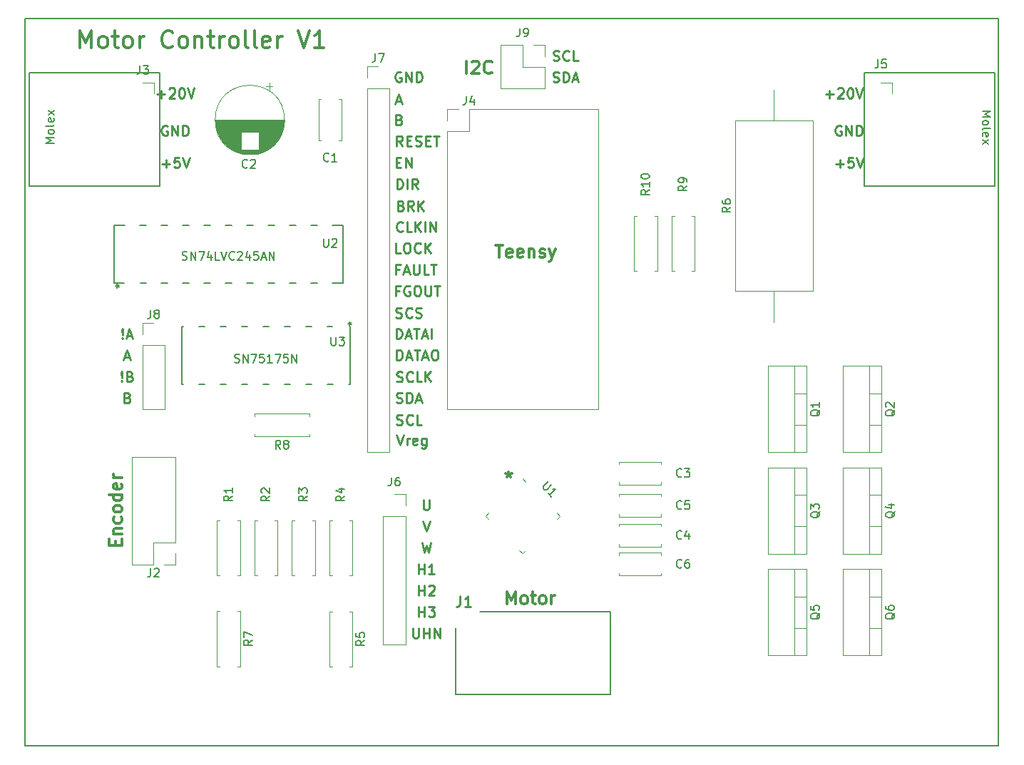
<source format=gbr>
G04 #@! TF.GenerationSoftware,KiCad,Pcbnew,(5.0.0)*
G04 #@! TF.CreationDate,2019-03-07T17:14:17-05:00*
G04 #@! TF.ProjectId,DRV8308_pcb,445256383330385F7063622E6B696361,rev?*
G04 #@! TF.SameCoordinates,Original*
G04 #@! TF.FileFunction,Legend,Top*
G04 #@! TF.FilePolarity,Positive*
%FSLAX46Y46*%
G04 Gerber Fmt 4.6, Leading zero omitted, Abs format (unit mm)*
G04 Created by KiCad (PCBNEW (5.0.0)) date 03/07/19 17:14:17*
%MOMM*%
%LPD*%
G01*
G04 APERTURE LIST*
%ADD10C,0.200000*%
%ADD11C,0.300000*%
%ADD12C,0.250000*%
%ADD13C,0.150000*%
%ADD14C,0.120000*%
%ADD15C,0.152400*%
%ADD16C,0.254000*%
G04 APERTURE END LIST*
D10*
X86360000Y-135890000D02*
X96520000Y-135890000D01*
X86360000Y-49530000D02*
X86360000Y-135890000D01*
X95250000Y-49530000D02*
X86360000Y-49530000D01*
X201930000Y-135890000D02*
X191135000Y-135890000D01*
X201930000Y-49530000D02*
X201930000Y-135890000D01*
X191770000Y-49530000D02*
X201930000Y-49530000D01*
D11*
X97047857Y-112057142D02*
X97047857Y-111557142D01*
X97833571Y-111342857D02*
X97833571Y-112057142D01*
X96333571Y-112057142D01*
X96333571Y-111342857D01*
X96833571Y-110700000D02*
X97833571Y-110700000D01*
X96976428Y-110700000D02*
X96905000Y-110628571D01*
X96833571Y-110485714D01*
X96833571Y-110271428D01*
X96905000Y-110128571D01*
X97047857Y-110057142D01*
X97833571Y-110057142D01*
X97762142Y-108700000D02*
X97833571Y-108842857D01*
X97833571Y-109128571D01*
X97762142Y-109271428D01*
X97690714Y-109342857D01*
X97547857Y-109414285D01*
X97119285Y-109414285D01*
X96976428Y-109342857D01*
X96905000Y-109271428D01*
X96833571Y-109128571D01*
X96833571Y-108842857D01*
X96905000Y-108700000D01*
X97833571Y-107842857D02*
X97762142Y-107985714D01*
X97690714Y-108057142D01*
X97547857Y-108128571D01*
X97119285Y-108128571D01*
X96976428Y-108057142D01*
X96905000Y-107985714D01*
X96833571Y-107842857D01*
X96833571Y-107628571D01*
X96905000Y-107485714D01*
X96976428Y-107414285D01*
X97119285Y-107342857D01*
X97547857Y-107342857D01*
X97690714Y-107414285D01*
X97762142Y-107485714D01*
X97833571Y-107628571D01*
X97833571Y-107842857D01*
X97833571Y-106057142D02*
X96333571Y-106057142D01*
X97762142Y-106057142D02*
X97833571Y-106200000D01*
X97833571Y-106485714D01*
X97762142Y-106628571D01*
X97690714Y-106700000D01*
X97547857Y-106771428D01*
X97119285Y-106771428D01*
X96976428Y-106700000D01*
X96905000Y-106628571D01*
X96833571Y-106485714D01*
X96833571Y-106200000D01*
X96905000Y-106057142D01*
X97762142Y-104771428D02*
X97833571Y-104914285D01*
X97833571Y-105200000D01*
X97762142Y-105342857D01*
X97619285Y-105414285D01*
X97047857Y-105414285D01*
X96905000Y-105342857D01*
X96833571Y-105200000D01*
X96833571Y-104914285D01*
X96905000Y-104771428D01*
X97047857Y-104700000D01*
X97190714Y-104700000D01*
X97333571Y-105414285D01*
X97833571Y-104057142D02*
X96833571Y-104057142D01*
X97119285Y-104057142D02*
X96976428Y-103985714D01*
X96905000Y-103914285D01*
X96833571Y-103771428D01*
X96833571Y-103628571D01*
X92886428Y-52974761D02*
X92886428Y-50974761D01*
X93553095Y-52403333D01*
X94219761Y-50974761D01*
X94219761Y-52974761D01*
X95457857Y-52974761D02*
X95267380Y-52879523D01*
X95172142Y-52784285D01*
X95076904Y-52593809D01*
X95076904Y-52022380D01*
X95172142Y-51831904D01*
X95267380Y-51736666D01*
X95457857Y-51641428D01*
X95743571Y-51641428D01*
X95934047Y-51736666D01*
X96029285Y-51831904D01*
X96124523Y-52022380D01*
X96124523Y-52593809D01*
X96029285Y-52784285D01*
X95934047Y-52879523D01*
X95743571Y-52974761D01*
X95457857Y-52974761D01*
X96695952Y-51641428D02*
X97457857Y-51641428D01*
X96981666Y-50974761D02*
X96981666Y-52689047D01*
X97076904Y-52879523D01*
X97267380Y-52974761D01*
X97457857Y-52974761D01*
X98410238Y-52974761D02*
X98219761Y-52879523D01*
X98124523Y-52784285D01*
X98029285Y-52593809D01*
X98029285Y-52022380D01*
X98124523Y-51831904D01*
X98219761Y-51736666D01*
X98410238Y-51641428D01*
X98695952Y-51641428D01*
X98886428Y-51736666D01*
X98981666Y-51831904D01*
X99076904Y-52022380D01*
X99076904Y-52593809D01*
X98981666Y-52784285D01*
X98886428Y-52879523D01*
X98695952Y-52974761D01*
X98410238Y-52974761D01*
X99934047Y-52974761D02*
X99934047Y-51641428D01*
X99934047Y-52022380D02*
X100029285Y-51831904D01*
X100124523Y-51736666D01*
X100315000Y-51641428D01*
X100505476Y-51641428D01*
X103838809Y-52784285D02*
X103743571Y-52879523D01*
X103457857Y-52974761D01*
X103267380Y-52974761D01*
X102981666Y-52879523D01*
X102791190Y-52689047D01*
X102695952Y-52498571D01*
X102600714Y-52117619D01*
X102600714Y-51831904D01*
X102695952Y-51450952D01*
X102791190Y-51260476D01*
X102981666Y-51070000D01*
X103267380Y-50974761D01*
X103457857Y-50974761D01*
X103743571Y-51070000D01*
X103838809Y-51165238D01*
X104981666Y-52974761D02*
X104791190Y-52879523D01*
X104695952Y-52784285D01*
X104600714Y-52593809D01*
X104600714Y-52022380D01*
X104695952Y-51831904D01*
X104791190Y-51736666D01*
X104981666Y-51641428D01*
X105267380Y-51641428D01*
X105457857Y-51736666D01*
X105553095Y-51831904D01*
X105648333Y-52022380D01*
X105648333Y-52593809D01*
X105553095Y-52784285D01*
X105457857Y-52879523D01*
X105267380Y-52974761D01*
X104981666Y-52974761D01*
X106505476Y-51641428D02*
X106505476Y-52974761D01*
X106505476Y-51831904D02*
X106600714Y-51736666D01*
X106791190Y-51641428D01*
X107076904Y-51641428D01*
X107267380Y-51736666D01*
X107362619Y-51927142D01*
X107362619Y-52974761D01*
X108029285Y-51641428D02*
X108791190Y-51641428D01*
X108315000Y-50974761D02*
X108315000Y-52689047D01*
X108410238Y-52879523D01*
X108600714Y-52974761D01*
X108791190Y-52974761D01*
X109457857Y-52974761D02*
X109457857Y-51641428D01*
X109457857Y-52022380D02*
X109553095Y-51831904D01*
X109648333Y-51736666D01*
X109838809Y-51641428D01*
X110029285Y-51641428D01*
X110981666Y-52974761D02*
X110791190Y-52879523D01*
X110695952Y-52784285D01*
X110600714Y-52593809D01*
X110600714Y-52022380D01*
X110695952Y-51831904D01*
X110791190Y-51736666D01*
X110981666Y-51641428D01*
X111267380Y-51641428D01*
X111457857Y-51736666D01*
X111553095Y-51831904D01*
X111648333Y-52022380D01*
X111648333Y-52593809D01*
X111553095Y-52784285D01*
X111457857Y-52879523D01*
X111267380Y-52974761D01*
X110981666Y-52974761D01*
X112791190Y-52974761D02*
X112600714Y-52879523D01*
X112505476Y-52689047D01*
X112505476Y-50974761D01*
X113838809Y-52974761D02*
X113648333Y-52879523D01*
X113553095Y-52689047D01*
X113553095Y-50974761D01*
X115362619Y-52879523D02*
X115172142Y-52974761D01*
X114791190Y-52974761D01*
X114600714Y-52879523D01*
X114505476Y-52689047D01*
X114505476Y-51927142D01*
X114600714Y-51736666D01*
X114791190Y-51641428D01*
X115172142Y-51641428D01*
X115362619Y-51736666D01*
X115457857Y-51927142D01*
X115457857Y-52117619D01*
X114505476Y-52308095D01*
X116315000Y-52974761D02*
X116315000Y-51641428D01*
X116315000Y-52022380D02*
X116410238Y-51831904D01*
X116505476Y-51736666D01*
X116695952Y-51641428D01*
X116886428Y-51641428D01*
X118791190Y-50974761D02*
X119457857Y-52974761D01*
X120124523Y-50974761D01*
X121838809Y-52974761D02*
X120695952Y-52974761D01*
X121267380Y-52974761D02*
X121267380Y-50974761D01*
X121076904Y-51260476D01*
X120886428Y-51450952D01*
X120695952Y-51546190D01*
D10*
X95250000Y-49530000D02*
X97790000Y-49530000D01*
X191770000Y-135890000D02*
X95250000Y-135890000D01*
X96520000Y-49530000D02*
X191770000Y-49530000D01*
D11*
X143554000Y-119042571D02*
X143554000Y-117542571D01*
X144054000Y-118614000D01*
X144554000Y-117542571D01*
X144554000Y-119042571D01*
X145482571Y-119042571D02*
X145339714Y-118971142D01*
X145268285Y-118899714D01*
X145196857Y-118756857D01*
X145196857Y-118328285D01*
X145268285Y-118185428D01*
X145339714Y-118114000D01*
X145482571Y-118042571D01*
X145696857Y-118042571D01*
X145839714Y-118114000D01*
X145911142Y-118185428D01*
X145982571Y-118328285D01*
X145982571Y-118756857D01*
X145911142Y-118899714D01*
X145839714Y-118971142D01*
X145696857Y-119042571D01*
X145482571Y-119042571D01*
X146411142Y-118042571D02*
X146982571Y-118042571D01*
X146625428Y-117542571D02*
X146625428Y-118828285D01*
X146696857Y-118971142D01*
X146839714Y-119042571D01*
X146982571Y-119042571D01*
X147696857Y-119042571D02*
X147554000Y-118971142D01*
X147482571Y-118899714D01*
X147411142Y-118756857D01*
X147411142Y-118328285D01*
X147482571Y-118185428D01*
X147554000Y-118114000D01*
X147696857Y-118042571D01*
X147911142Y-118042571D01*
X148054000Y-118114000D01*
X148125428Y-118185428D01*
X148196857Y-118328285D01*
X148196857Y-118756857D01*
X148125428Y-118899714D01*
X148054000Y-118971142D01*
X147911142Y-119042571D01*
X147696857Y-119042571D01*
X148839714Y-119042571D02*
X148839714Y-118042571D01*
X148839714Y-118328285D02*
X148911142Y-118185428D01*
X148982571Y-118114000D01*
X149125428Y-118042571D01*
X149268285Y-118042571D01*
X143764000Y-103318571D02*
X143764000Y-103675714D01*
X143406857Y-103532857D02*
X143764000Y-103675714D01*
X144121142Y-103532857D01*
X143549714Y-103961428D02*
X143764000Y-103675714D01*
X143978285Y-103961428D01*
X142224571Y-76394571D02*
X143081714Y-76394571D01*
X142653142Y-77894571D02*
X142653142Y-76394571D01*
X144153142Y-77823142D02*
X144010285Y-77894571D01*
X143724571Y-77894571D01*
X143581714Y-77823142D01*
X143510285Y-77680285D01*
X143510285Y-77108857D01*
X143581714Y-76966000D01*
X143724571Y-76894571D01*
X144010285Y-76894571D01*
X144153142Y-76966000D01*
X144224571Y-77108857D01*
X144224571Y-77251714D01*
X143510285Y-77394571D01*
X145438857Y-77823142D02*
X145296000Y-77894571D01*
X145010285Y-77894571D01*
X144867428Y-77823142D01*
X144796000Y-77680285D01*
X144796000Y-77108857D01*
X144867428Y-76966000D01*
X145010285Y-76894571D01*
X145296000Y-76894571D01*
X145438857Y-76966000D01*
X145510285Y-77108857D01*
X145510285Y-77251714D01*
X144796000Y-77394571D01*
X146153142Y-76894571D02*
X146153142Y-77894571D01*
X146153142Y-77037428D02*
X146224571Y-76966000D01*
X146367428Y-76894571D01*
X146581714Y-76894571D01*
X146724571Y-76966000D01*
X146796000Y-77108857D01*
X146796000Y-77894571D01*
X147438857Y-77823142D02*
X147581714Y-77894571D01*
X147867428Y-77894571D01*
X148010285Y-77823142D01*
X148081714Y-77680285D01*
X148081714Y-77608857D01*
X148010285Y-77466000D01*
X147867428Y-77394571D01*
X147653142Y-77394571D01*
X147510285Y-77323142D01*
X147438857Y-77180285D01*
X147438857Y-77108857D01*
X147510285Y-76966000D01*
X147653142Y-76894571D01*
X147867428Y-76894571D01*
X148010285Y-76966000D01*
X148581714Y-76894571D02*
X148938857Y-77894571D01*
X149296000Y-76894571D02*
X148938857Y-77894571D01*
X148796000Y-78251714D01*
X148724571Y-78323142D01*
X148581714Y-78394571D01*
X138743714Y-56050571D02*
X138743714Y-54550571D01*
X139386571Y-54693428D02*
X139458000Y-54622000D01*
X139600857Y-54550571D01*
X139958000Y-54550571D01*
X140100857Y-54622000D01*
X140172285Y-54693428D01*
X140243714Y-54836285D01*
X140243714Y-54979142D01*
X140172285Y-55193428D01*
X139315142Y-56050571D01*
X140243714Y-56050571D01*
X141743714Y-55907714D02*
X141672285Y-55979142D01*
X141458000Y-56050571D01*
X141315142Y-56050571D01*
X141100857Y-55979142D01*
X140958000Y-55836285D01*
X140886571Y-55693428D01*
X140815142Y-55407714D01*
X140815142Y-55193428D01*
X140886571Y-54907714D01*
X140958000Y-54764857D01*
X141100857Y-54622000D01*
X141315142Y-54550571D01*
X141458000Y-54550571D01*
X141672285Y-54622000D01*
X141743714Y-54693428D01*
D12*
X132385000Y-121897857D02*
X132385000Y-122869285D01*
X132442142Y-122983571D01*
X132499285Y-123040714D01*
X132613571Y-123097857D01*
X132842142Y-123097857D01*
X132956428Y-123040714D01*
X133013571Y-122983571D01*
X133070714Y-122869285D01*
X133070714Y-121897857D01*
X133642142Y-123097857D02*
X133642142Y-121897857D01*
X133642142Y-122469285D02*
X134327857Y-122469285D01*
X134327857Y-123097857D02*
X134327857Y-121897857D01*
X134899285Y-123097857D02*
X134899285Y-121897857D01*
X135585000Y-123097857D01*
X135585000Y-121897857D01*
X149037857Y-57000714D02*
X149209285Y-57057857D01*
X149495000Y-57057857D01*
X149609285Y-57000714D01*
X149666428Y-56943571D01*
X149723571Y-56829285D01*
X149723571Y-56715000D01*
X149666428Y-56600714D01*
X149609285Y-56543571D01*
X149495000Y-56486428D01*
X149266428Y-56429285D01*
X149152142Y-56372142D01*
X149095000Y-56315000D01*
X149037857Y-56200714D01*
X149037857Y-56086428D01*
X149095000Y-55972142D01*
X149152142Y-55915000D01*
X149266428Y-55857857D01*
X149552142Y-55857857D01*
X149723571Y-55915000D01*
X150237857Y-57057857D02*
X150237857Y-55857857D01*
X150523571Y-55857857D01*
X150695000Y-55915000D01*
X150809285Y-56029285D01*
X150866428Y-56143571D01*
X150923571Y-56372142D01*
X150923571Y-56543571D01*
X150866428Y-56772142D01*
X150809285Y-56886428D01*
X150695000Y-57000714D01*
X150523571Y-57057857D01*
X150237857Y-57057857D01*
X151380714Y-56715000D02*
X151952142Y-56715000D01*
X151266428Y-57057857D02*
X151666428Y-55857857D01*
X152066428Y-57057857D01*
X149066428Y-54460714D02*
X149237857Y-54517857D01*
X149523571Y-54517857D01*
X149637857Y-54460714D01*
X149695000Y-54403571D01*
X149752142Y-54289285D01*
X149752142Y-54175000D01*
X149695000Y-54060714D01*
X149637857Y-54003571D01*
X149523571Y-53946428D01*
X149295000Y-53889285D01*
X149180714Y-53832142D01*
X149123571Y-53775000D01*
X149066428Y-53660714D01*
X149066428Y-53546428D01*
X149123571Y-53432142D01*
X149180714Y-53375000D01*
X149295000Y-53317857D01*
X149580714Y-53317857D01*
X149752142Y-53375000D01*
X150952142Y-54403571D02*
X150895000Y-54460714D01*
X150723571Y-54517857D01*
X150609285Y-54517857D01*
X150437857Y-54460714D01*
X150323571Y-54346428D01*
X150266428Y-54232142D01*
X150209285Y-54003571D01*
X150209285Y-53832142D01*
X150266428Y-53603571D01*
X150323571Y-53489285D01*
X150437857Y-53375000D01*
X150609285Y-53317857D01*
X150723571Y-53317857D01*
X150895000Y-53375000D01*
X150952142Y-53432142D01*
X152037857Y-54517857D02*
X151466428Y-54517857D01*
X151466428Y-53317857D01*
X182607142Y-66760714D02*
X183521428Y-66760714D01*
X183064285Y-67217857D02*
X183064285Y-66303571D01*
X184664285Y-66017857D02*
X184092857Y-66017857D01*
X184035714Y-66589285D01*
X184092857Y-66532142D01*
X184207142Y-66475000D01*
X184492857Y-66475000D01*
X184607142Y-66532142D01*
X184664285Y-66589285D01*
X184721428Y-66703571D01*
X184721428Y-66989285D01*
X184664285Y-67103571D01*
X184607142Y-67160714D01*
X184492857Y-67217857D01*
X184207142Y-67217857D01*
X184092857Y-67160714D01*
X184035714Y-67103571D01*
X185064285Y-66017857D02*
X185464285Y-67217857D01*
X185864285Y-66017857D01*
X183235714Y-62265000D02*
X183121428Y-62207857D01*
X182950000Y-62207857D01*
X182778571Y-62265000D01*
X182664285Y-62379285D01*
X182607142Y-62493571D01*
X182550000Y-62722142D01*
X182550000Y-62893571D01*
X182607142Y-63122142D01*
X182664285Y-63236428D01*
X182778571Y-63350714D01*
X182950000Y-63407857D01*
X183064285Y-63407857D01*
X183235714Y-63350714D01*
X183292857Y-63293571D01*
X183292857Y-62893571D01*
X183064285Y-62893571D01*
X183807142Y-63407857D02*
X183807142Y-62207857D01*
X184492857Y-63407857D01*
X184492857Y-62207857D01*
X185064285Y-63407857D02*
X185064285Y-62207857D01*
X185350000Y-62207857D01*
X185521428Y-62265000D01*
X185635714Y-62379285D01*
X185692857Y-62493571D01*
X185750000Y-62722142D01*
X185750000Y-62893571D01*
X185692857Y-63122142D01*
X185635714Y-63236428D01*
X185521428Y-63350714D01*
X185350000Y-63407857D01*
X185064285Y-63407857D01*
X181400714Y-58505714D02*
X182315000Y-58505714D01*
X181857857Y-58962857D02*
X181857857Y-58048571D01*
X182829285Y-57877142D02*
X182886428Y-57820000D01*
X183000714Y-57762857D01*
X183286428Y-57762857D01*
X183400714Y-57820000D01*
X183457857Y-57877142D01*
X183515000Y-57991428D01*
X183515000Y-58105714D01*
X183457857Y-58277142D01*
X182772142Y-58962857D01*
X183515000Y-58962857D01*
X184257857Y-57762857D02*
X184372142Y-57762857D01*
X184486428Y-57820000D01*
X184543571Y-57877142D01*
X184600714Y-57991428D01*
X184657857Y-58220000D01*
X184657857Y-58505714D01*
X184600714Y-58734285D01*
X184543571Y-58848571D01*
X184486428Y-58905714D01*
X184372142Y-58962857D01*
X184257857Y-58962857D01*
X184143571Y-58905714D01*
X184086428Y-58848571D01*
X184029285Y-58734285D01*
X183972142Y-58505714D01*
X183972142Y-58220000D01*
X184029285Y-57991428D01*
X184086428Y-57877142D01*
X184143571Y-57820000D01*
X184257857Y-57762857D01*
X185000714Y-57762857D02*
X185400714Y-58962857D01*
X185800714Y-57762857D01*
X98510714Y-94529285D02*
X98682142Y-94586428D01*
X98739285Y-94643571D01*
X98796428Y-94757857D01*
X98796428Y-94929285D01*
X98739285Y-95043571D01*
X98682142Y-95100714D01*
X98567857Y-95157857D01*
X98110714Y-95157857D01*
X98110714Y-93957857D01*
X98510714Y-93957857D01*
X98625000Y-94015000D01*
X98682142Y-94072142D01*
X98739285Y-94186428D01*
X98739285Y-94300714D01*
X98682142Y-94415000D01*
X98625000Y-94472142D01*
X98510714Y-94529285D01*
X98110714Y-94529285D01*
X97825000Y-92503571D02*
X97882142Y-92560714D01*
X97825000Y-92617857D01*
X97767857Y-92560714D01*
X97825000Y-92503571D01*
X97825000Y-92617857D01*
X97825000Y-92160714D02*
X97767857Y-91475000D01*
X97825000Y-91417857D01*
X97882142Y-91475000D01*
X97825000Y-92160714D01*
X97825000Y-91417857D01*
X98796428Y-91989285D02*
X98967857Y-92046428D01*
X99025000Y-92103571D01*
X99082142Y-92217857D01*
X99082142Y-92389285D01*
X99025000Y-92503571D01*
X98967857Y-92560714D01*
X98853571Y-92617857D01*
X98396428Y-92617857D01*
X98396428Y-91417857D01*
X98796428Y-91417857D01*
X98910714Y-91475000D01*
X98967857Y-91532142D01*
X99025000Y-91646428D01*
X99025000Y-91760714D01*
X98967857Y-91875000D01*
X98910714Y-91932142D01*
X98796428Y-91989285D01*
X98396428Y-91989285D01*
X98139285Y-89735000D02*
X98710714Y-89735000D01*
X98025000Y-90077857D02*
X98425000Y-88877857D01*
X98825000Y-90077857D01*
X97910714Y-87423571D02*
X97967857Y-87480714D01*
X97910714Y-87537857D01*
X97853571Y-87480714D01*
X97910714Y-87423571D01*
X97910714Y-87537857D01*
X97910714Y-87080714D02*
X97853571Y-86395000D01*
X97910714Y-86337857D01*
X97967857Y-86395000D01*
X97910714Y-87080714D01*
X97910714Y-86337857D01*
X98425000Y-87195000D02*
X98996428Y-87195000D01*
X98310714Y-87537857D02*
X98710714Y-86337857D01*
X99110714Y-87537857D01*
X133070714Y-120557857D02*
X133070714Y-119357857D01*
X133070714Y-119929285D02*
X133756428Y-119929285D01*
X133756428Y-120557857D02*
X133756428Y-119357857D01*
X134213571Y-119357857D02*
X134956428Y-119357857D01*
X134556428Y-119815000D01*
X134727857Y-119815000D01*
X134842142Y-119872142D01*
X134899285Y-119929285D01*
X134956428Y-120043571D01*
X134956428Y-120329285D01*
X134899285Y-120443571D01*
X134842142Y-120500714D01*
X134727857Y-120557857D01*
X134385000Y-120557857D01*
X134270714Y-120500714D01*
X134213571Y-120443571D01*
X133070714Y-118017857D02*
X133070714Y-116817857D01*
X133070714Y-117389285D02*
X133756428Y-117389285D01*
X133756428Y-118017857D02*
X133756428Y-116817857D01*
X134270714Y-116932142D02*
X134327857Y-116875000D01*
X134442142Y-116817857D01*
X134727857Y-116817857D01*
X134842142Y-116875000D01*
X134899285Y-116932142D01*
X134956428Y-117046428D01*
X134956428Y-117160714D01*
X134899285Y-117332142D01*
X134213571Y-118017857D01*
X134956428Y-118017857D01*
X133070714Y-115477857D02*
X133070714Y-114277857D01*
X133070714Y-114849285D02*
X133756428Y-114849285D01*
X133756428Y-115477857D02*
X133756428Y-114277857D01*
X134956428Y-115477857D02*
X134270714Y-115477857D01*
X134613571Y-115477857D02*
X134613571Y-114277857D01*
X134499285Y-114449285D01*
X134385000Y-114563571D01*
X134270714Y-114620714D01*
X133470714Y-111737857D02*
X133756428Y-112937857D01*
X133985000Y-112080714D01*
X134213571Y-112937857D01*
X134499285Y-111737857D01*
X133585000Y-109197857D02*
X133985000Y-110397857D01*
X134385000Y-109197857D01*
X133642142Y-106657857D02*
X133642142Y-107629285D01*
X133699285Y-107743571D01*
X133756428Y-107800714D01*
X133870714Y-107857857D01*
X134099285Y-107857857D01*
X134213571Y-107800714D01*
X134270714Y-107743571D01*
X134327857Y-107629285D01*
X134327857Y-106657857D01*
X130471428Y-98942857D02*
X130871428Y-100142857D01*
X131271428Y-98942857D01*
X131671428Y-100142857D02*
X131671428Y-99342857D01*
X131671428Y-99571428D02*
X131728571Y-99457142D01*
X131785714Y-99400000D01*
X131900000Y-99342857D01*
X132014285Y-99342857D01*
X132871428Y-100085714D02*
X132757142Y-100142857D01*
X132528571Y-100142857D01*
X132414285Y-100085714D01*
X132357142Y-99971428D01*
X132357142Y-99514285D01*
X132414285Y-99400000D01*
X132528571Y-99342857D01*
X132757142Y-99342857D01*
X132871428Y-99400000D01*
X132928571Y-99514285D01*
X132928571Y-99628571D01*
X132357142Y-99742857D01*
X133957142Y-99342857D02*
X133957142Y-100314285D01*
X133900000Y-100428571D01*
X133842857Y-100485714D01*
X133728571Y-100542857D01*
X133557142Y-100542857D01*
X133442857Y-100485714D01*
X133957142Y-100085714D02*
X133842857Y-100142857D01*
X133614285Y-100142857D01*
X133500000Y-100085714D01*
X133442857Y-100028571D01*
X133385714Y-99914285D01*
X133385714Y-99571428D01*
X133442857Y-99457142D01*
X133500000Y-99400000D01*
X133614285Y-99342857D01*
X133842857Y-99342857D01*
X133957142Y-99400000D01*
X130471428Y-97685714D02*
X130642857Y-97742857D01*
X130928571Y-97742857D01*
X131042857Y-97685714D01*
X131100000Y-97628571D01*
X131157142Y-97514285D01*
X131157142Y-97400000D01*
X131100000Y-97285714D01*
X131042857Y-97228571D01*
X130928571Y-97171428D01*
X130700000Y-97114285D01*
X130585714Y-97057142D01*
X130528571Y-97000000D01*
X130471428Y-96885714D01*
X130471428Y-96771428D01*
X130528571Y-96657142D01*
X130585714Y-96600000D01*
X130700000Y-96542857D01*
X130985714Y-96542857D01*
X131157142Y-96600000D01*
X132357142Y-97628571D02*
X132300000Y-97685714D01*
X132128571Y-97742857D01*
X132014285Y-97742857D01*
X131842857Y-97685714D01*
X131728571Y-97571428D01*
X131671428Y-97457142D01*
X131614285Y-97228571D01*
X131614285Y-97057142D01*
X131671428Y-96828571D01*
X131728571Y-96714285D01*
X131842857Y-96600000D01*
X132014285Y-96542857D01*
X132128571Y-96542857D01*
X132300000Y-96600000D01*
X132357142Y-96657142D01*
X133442857Y-97742857D02*
X132871428Y-97742857D01*
X132871428Y-96542857D01*
X130442857Y-95085714D02*
X130614285Y-95142857D01*
X130900000Y-95142857D01*
X131014285Y-95085714D01*
X131071428Y-95028571D01*
X131128571Y-94914285D01*
X131128571Y-94800000D01*
X131071428Y-94685714D01*
X131014285Y-94628571D01*
X130900000Y-94571428D01*
X130671428Y-94514285D01*
X130557142Y-94457142D01*
X130500000Y-94400000D01*
X130442857Y-94285714D01*
X130442857Y-94171428D01*
X130500000Y-94057142D01*
X130557142Y-94000000D01*
X130671428Y-93942857D01*
X130957142Y-93942857D01*
X131128571Y-94000000D01*
X131642857Y-95142857D02*
X131642857Y-93942857D01*
X131928571Y-93942857D01*
X132100000Y-94000000D01*
X132214285Y-94114285D01*
X132271428Y-94228571D01*
X132328571Y-94457142D01*
X132328571Y-94628571D01*
X132271428Y-94857142D01*
X132214285Y-94971428D01*
X132100000Y-95085714D01*
X131928571Y-95142857D01*
X131642857Y-95142857D01*
X132785714Y-94800000D02*
X133357142Y-94800000D01*
X132671428Y-95142857D02*
X133071428Y-93942857D01*
X133471428Y-95142857D01*
X130471428Y-92585714D02*
X130642857Y-92642857D01*
X130928571Y-92642857D01*
X131042857Y-92585714D01*
X131100000Y-92528571D01*
X131157142Y-92414285D01*
X131157142Y-92300000D01*
X131100000Y-92185714D01*
X131042857Y-92128571D01*
X130928571Y-92071428D01*
X130700000Y-92014285D01*
X130585714Y-91957142D01*
X130528571Y-91900000D01*
X130471428Y-91785714D01*
X130471428Y-91671428D01*
X130528571Y-91557142D01*
X130585714Y-91500000D01*
X130700000Y-91442857D01*
X130985714Y-91442857D01*
X131157142Y-91500000D01*
X132357142Y-92528571D02*
X132300000Y-92585714D01*
X132128571Y-92642857D01*
X132014285Y-92642857D01*
X131842857Y-92585714D01*
X131728571Y-92471428D01*
X131671428Y-92357142D01*
X131614285Y-92128571D01*
X131614285Y-91957142D01*
X131671428Y-91728571D01*
X131728571Y-91614285D01*
X131842857Y-91500000D01*
X132014285Y-91442857D01*
X132128571Y-91442857D01*
X132300000Y-91500000D01*
X132357142Y-91557142D01*
X133442857Y-92642857D02*
X132871428Y-92642857D01*
X132871428Y-91442857D01*
X133842857Y-92642857D02*
X133842857Y-91442857D01*
X134528571Y-92642857D02*
X134014285Y-91957142D01*
X134528571Y-91442857D02*
X133842857Y-92128571D01*
X130471428Y-90042857D02*
X130471428Y-88842857D01*
X130757142Y-88842857D01*
X130928571Y-88900000D01*
X131042857Y-89014285D01*
X131100000Y-89128571D01*
X131157142Y-89357142D01*
X131157142Y-89528571D01*
X131100000Y-89757142D01*
X131042857Y-89871428D01*
X130928571Y-89985714D01*
X130757142Y-90042857D01*
X130471428Y-90042857D01*
X131614285Y-89700000D02*
X132185714Y-89700000D01*
X131500000Y-90042857D02*
X131900000Y-88842857D01*
X132300000Y-90042857D01*
X132528571Y-88842857D02*
X133214285Y-88842857D01*
X132871428Y-90042857D02*
X132871428Y-88842857D01*
X133557142Y-89700000D02*
X134128571Y-89700000D01*
X133442857Y-90042857D02*
X133842857Y-88842857D01*
X134242857Y-90042857D01*
X134871428Y-88842857D02*
X135100000Y-88842857D01*
X135214285Y-88900000D01*
X135328571Y-89014285D01*
X135385714Y-89242857D01*
X135385714Y-89642857D01*
X135328571Y-89871428D01*
X135214285Y-89985714D01*
X135100000Y-90042857D01*
X134871428Y-90042857D01*
X134757142Y-89985714D01*
X134642857Y-89871428D01*
X134585714Y-89642857D01*
X134585714Y-89242857D01*
X134642857Y-89014285D01*
X134757142Y-88900000D01*
X134871428Y-88842857D01*
X130414285Y-87537857D02*
X130414285Y-86337857D01*
X130700000Y-86337857D01*
X130871428Y-86395000D01*
X130985714Y-86509285D01*
X131042857Y-86623571D01*
X131100000Y-86852142D01*
X131100000Y-87023571D01*
X131042857Y-87252142D01*
X130985714Y-87366428D01*
X130871428Y-87480714D01*
X130700000Y-87537857D01*
X130414285Y-87537857D01*
X131557142Y-87195000D02*
X132128571Y-87195000D01*
X131442857Y-87537857D02*
X131842857Y-86337857D01*
X132242857Y-87537857D01*
X132471428Y-86337857D02*
X133157142Y-86337857D01*
X132814285Y-87537857D02*
X132814285Y-86337857D01*
X133500000Y-87195000D02*
X134071428Y-87195000D01*
X133385714Y-87537857D02*
X133785714Y-86337857D01*
X134185714Y-87537857D01*
X134585714Y-87537857D02*
X134585714Y-86337857D01*
X130385714Y-84985714D02*
X130557142Y-85042857D01*
X130842857Y-85042857D01*
X130957142Y-84985714D01*
X131014285Y-84928571D01*
X131071428Y-84814285D01*
X131071428Y-84700000D01*
X131014285Y-84585714D01*
X130957142Y-84528571D01*
X130842857Y-84471428D01*
X130614285Y-84414285D01*
X130500000Y-84357142D01*
X130442857Y-84300000D01*
X130385714Y-84185714D01*
X130385714Y-84071428D01*
X130442857Y-83957142D01*
X130500000Y-83900000D01*
X130614285Y-83842857D01*
X130900000Y-83842857D01*
X131071428Y-83900000D01*
X132271428Y-84928571D02*
X132214285Y-84985714D01*
X132042857Y-85042857D01*
X131928571Y-85042857D01*
X131757142Y-84985714D01*
X131642857Y-84871428D01*
X131585714Y-84757142D01*
X131528571Y-84528571D01*
X131528571Y-84357142D01*
X131585714Y-84128571D01*
X131642857Y-84014285D01*
X131757142Y-83900000D01*
X131928571Y-83842857D01*
X132042857Y-83842857D01*
X132214285Y-83900000D01*
X132271428Y-83957142D01*
X132728571Y-84985714D02*
X132900000Y-85042857D01*
X133185714Y-85042857D01*
X133300000Y-84985714D01*
X133357142Y-84928571D01*
X133414285Y-84814285D01*
X133414285Y-84700000D01*
X133357142Y-84585714D01*
X133300000Y-84528571D01*
X133185714Y-84471428D01*
X132957142Y-84414285D01*
X132842857Y-84357142D01*
X132785714Y-84300000D01*
X132728571Y-84185714D01*
X132728571Y-84071428D01*
X132785714Y-83957142D01*
X132842857Y-83900000D01*
X132957142Y-83842857D01*
X133242857Y-83842857D01*
X133414285Y-83900000D01*
X130757142Y-81814285D02*
X130357142Y-81814285D01*
X130357142Y-82442857D02*
X130357142Y-81242857D01*
X130928571Y-81242857D01*
X132014285Y-81300000D02*
X131900000Y-81242857D01*
X131728571Y-81242857D01*
X131557142Y-81300000D01*
X131442857Y-81414285D01*
X131385714Y-81528571D01*
X131328571Y-81757142D01*
X131328571Y-81928571D01*
X131385714Y-82157142D01*
X131442857Y-82271428D01*
X131557142Y-82385714D01*
X131728571Y-82442857D01*
X131842857Y-82442857D01*
X132014285Y-82385714D01*
X132071428Y-82328571D01*
X132071428Y-81928571D01*
X131842857Y-81928571D01*
X132814285Y-81242857D02*
X133042857Y-81242857D01*
X133157142Y-81300000D01*
X133271428Y-81414285D01*
X133328571Y-81642857D01*
X133328571Y-82042857D01*
X133271428Y-82271428D01*
X133157142Y-82385714D01*
X133042857Y-82442857D01*
X132814285Y-82442857D01*
X132700000Y-82385714D01*
X132585714Y-82271428D01*
X132528571Y-82042857D01*
X132528571Y-81642857D01*
X132585714Y-81414285D01*
X132700000Y-81300000D01*
X132814285Y-81242857D01*
X133842857Y-81242857D02*
X133842857Y-82214285D01*
X133900000Y-82328571D01*
X133957142Y-82385714D01*
X134071428Y-82442857D01*
X134300000Y-82442857D01*
X134414285Y-82385714D01*
X134471428Y-82328571D01*
X134528571Y-82214285D01*
X134528571Y-81242857D01*
X134928571Y-81242857D02*
X135614285Y-81242857D01*
X135271428Y-82442857D02*
X135271428Y-81242857D01*
X130785714Y-79289285D02*
X130385714Y-79289285D01*
X130385714Y-79917857D02*
X130385714Y-78717857D01*
X130957142Y-78717857D01*
X131357142Y-79575000D02*
X131928571Y-79575000D01*
X131242857Y-79917857D02*
X131642857Y-78717857D01*
X132042857Y-79917857D01*
X132442857Y-78717857D02*
X132442857Y-79689285D01*
X132500000Y-79803571D01*
X132557142Y-79860714D01*
X132671428Y-79917857D01*
X132900000Y-79917857D01*
X133014285Y-79860714D01*
X133071428Y-79803571D01*
X133128571Y-79689285D01*
X133128571Y-78717857D01*
X134271428Y-79917857D02*
X133700000Y-79917857D01*
X133700000Y-78717857D01*
X134500000Y-78717857D02*
X135185714Y-78717857D01*
X134842857Y-79917857D02*
X134842857Y-78717857D01*
X130942857Y-77342857D02*
X130371428Y-77342857D01*
X130371428Y-76142857D01*
X131571428Y-76142857D02*
X131800000Y-76142857D01*
X131914285Y-76200000D01*
X132028571Y-76314285D01*
X132085714Y-76542857D01*
X132085714Y-76942857D01*
X132028571Y-77171428D01*
X131914285Y-77285714D01*
X131800000Y-77342857D01*
X131571428Y-77342857D01*
X131457142Y-77285714D01*
X131342857Y-77171428D01*
X131285714Y-76942857D01*
X131285714Y-76542857D01*
X131342857Y-76314285D01*
X131457142Y-76200000D01*
X131571428Y-76142857D01*
X133285714Y-77228571D02*
X133228571Y-77285714D01*
X133057142Y-77342857D01*
X132942857Y-77342857D01*
X132771428Y-77285714D01*
X132657142Y-77171428D01*
X132600000Y-77057142D01*
X132542857Y-76828571D01*
X132542857Y-76657142D01*
X132600000Y-76428571D01*
X132657142Y-76314285D01*
X132771428Y-76200000D01*
X132942857Y-76142857D01*
X133057142Y-76142857D01*
X133228571Y-76200000D01*
X133285714Y-76257142D01*
X133800000Y-77342857D02*
X133800000Y-76142857D01*
X134485714Y-77342857D02*
X133971428Y-76657142D01*
X134485714Y-76142857D02*
X133800000Y-76828571D01*
X131171428Y-74723571D02*
X131114285Y-74780714D01*
X130942857Y-74837857D01*
X130828571Y-74837857D01*
X130657142Y-74780714D01*
X130542857Y-74666428D01*
X130485714Y-74552142D01*
X130428571Y-74323571D01*
X130428571Y-74152142D01*
X130485714Y-73923571D01*
X130542857Y-73809285D01*
X130657142Y-73695000D01*
X130828571Y-73637857D01*
X130942857Y-73637857D01*
X131114285Y-73695000D01*
X131171428Y-73752142D01*
X132257142Y-74837857D02*
X131685714Y-74837857D01*
X131685714Y-73637857D01*
X132657142Y-74837857D02*
X132657142Y-73637857D01*
X133342857Y-74837857D02*
X132828571Y-74152142D01*
X133342857Y-73637857D02*
X132657142Y-74323571D01*
X133857142Y-74837857D02*
X133857142Y-73637857D01*
X134428571Y-74837857D02*
X134428571Y-73637857D01*
X135114285Y-74837857D01*
X135114285Y-73637857D01*
X130985714Y-71714285D02*
X131157142Y-71771428D01*
X131214285Y-71828571D01*
X131271428Y-71942857D01*
X131271428Y-72114285D01*
X131214285Y-72228571D01*
X131157142Y-72285714D01*
X131042857Y-72342857D01*
X130585714Y-72342857D01*
X130585714Y-71142857D01*
X130985714Y-71142857D01*
X131100000Y-71200000D01*
X131157142Y-71257142D01*
X131214285Y-71371428D01*
X131214285Y-71485714D01*
X131157142Y-71600000D01*
X131100000Y-71657142D01*
X130985714Y-71714285D01*
X130585714Y-71714285D01*
X132471428Y-72342857D02*
X132071428Y-71771428D01*
X131785714Y-72342857D02*
X131785714Y-71142857D01*
X132242857Y-71142857D01*
X132357142Y-71200000D01*
X132414285Y-71257142D01*
X132471428Y-71371428D01*
X132471428Y-71542857D01*
X132414285Y-71657142D01*
X132357142Y-71714285D01*
X132242857Y-71771428D01*
X131785714Y-71771428D01*
X132985714Y-72342857D02*
X132985714Y-71142857D01*
X133671428Y-72342857D02*
X133157142Y-71657142D01*
X133671428Y-71142857D02*
X132985714Y-71828571D01*
X130500000Y-69742857D02*
X130500000Y-68542857D01*
X130785714Y-68542857D01*
X130957142Y-68600000D01*
X131071428Y-68714285D01*
X131128571Y-68828571D01*
X131185714Y-69057142D01*
X131185714Y-69228571D01*
X131128571Y-69457142D01*
X131071428Y-69571428D01*
X130957142Y-69685714D01*
X130785714Y-69742857D01*
X130500000Y-69742857D01*
X131700000Y-69742857D02*
X131700000Y-68542857D01*
X132957142Y-69742857D02*
X132557142Y-69171428D01*
X132271428Y-69742857D02*
X132271428Y-68542857D01*
X132728571Y-68542857D01*
X132842857Y-68600000D01*
X132900000Y-68657142D01*
X132957142Y-68771428D01*
X132957142Y-68942857D01*
X132900000Y-69057142D01*
X132842857Y-69114285D01*
X132728571Y-69171428D01*
X132271428Y-69171428D01*
X130414285Y-66614285D02*
X130814285Y-66614285D01*
X130985714Y-67242857D02*
X130414285Y-67242857D01*
X130414285Y-66042857D01*
X130985714Y-66042857D01*
X131500000Y-67242857D02*
X131500000Y-66042857D01*
X132185714Y-67242857D01*
X132185714Y-66042857D01*
X131157142Y-64642857D02*
X130757142Y-64071428D01*
X130471428Y-64642857D02*
X130471428Y-63442857D01*
X130928571Y-63442857D01*
X131042857Y-63500000D01*
X131100000Y-63557142D01*
X131157142Y-63671428D01*
X131157142Y-63842857D01*
X131100000Y-63957142D01*
X131042857Y-64014285D01*
X130928571Y-64071428D01*
X130471428Y-64071428D01*
X131671428Y-64014285D02*
X132071428Y-64014285D01*
X132242857Y-64642857D02*
X131671428Y-64642857D01*
X131671428Y-63442857D01*
X132242857Y-63442857D01*
X132700000Y-64585714D02*
X132871428Y-64642857D01*
X133157142Y-64642857D01*
X133271428Y-64585714D01*
X133328571Y-64528571D01*
X133385714Y-64414285D01*
X133385714Y-64300000D01*
X133328571Y-64185714D01*
X133271428Y-64128571D01*
X133157142Y-64071428D01*
X132928571Y-64014285D01*
X132814285Y-63957142D01*
X132757142Y-63900000D01*
X132700000Y-63785714D01*
X132700000Y-63671428D01*
X132757142Y-63557142D01*
X132814285Y-63500000D01*
X132928571Y-63442857D01*
X133214285Y-63442857D01*
X133385714Y-63500000D01*
X133900000Y-64014285D02*
X134300000Y-64014285D01*
X134471428Y-64642857D02*
X133900000Y-64642857D01*
X133900000Y-63442857D01*
X134471428Y-63442857D01*
X134814285Y-63442857D02*
X135500000Y-63442857D01*
X135157142Y-64642857D02*
X135157142Y-63442857D01*
X130785714Y-61509285D02*
X130957142Y-61566428D01*
X131014285Y-61623571D01*
X131071428Y-61737857D01*
X131071428Y-61909285D01*
X131014285Y-62023571D01*
X130957142Y-62080714D01*
X130842857Y-62137857D01*
X130385714Y-62137857D01*
X130385714Y-60937857D01*
X130785714Y-60937857D01*
X130900000Y-60995000D01*
X130957142Y-61052142D01*
X131014285Y-61166428D01*
X131014285Y-61280714D01*
X130957142Y-61395000D01*
X130900000Y-61452142D01*
X130785714Y-61509285D01*
X130385714Y-61509285D01*
X130414285Y-59300000D02*
X130985714Y-59300000D01*
X130300000Y-59642857D02*
X130700000Y-58442857D01*
X131100000Y-59642857D01*
X130985714Y-55900000D02*
X130871428Y-55842857D01*
X130700000Y-55842857D01*
X130528571Y-55900000D01*
X130414285Y-56014285D01*
X130357142Y-56128571D01*
X130300000Y-56357142D01*
X130300000Y-56528571D01*
X130357142Y-56757142D01*
X130414285Y-56871428D01*
X130528571Y-56985714D01*
X130700000Y-57042857D01*
X130814285Y-57042857D01*
X130985714Y-56985714D01*
X131042857Y-56928571D01*
X131042857Y-56528571D01*
X130814285Y-56528571D01*
X131557142Y-57042857D02*
X131557142Y-55842857D01*
X132242857Y-57042857D01*
X132242857Y-55842857D01*
X132814285Y-57042857D02*
X132814285Y-55842857D01*
X133100000Y-55842857D01*
X133271428Y-55900000D01*
X133385714Y-56014285D01*
X133442857Y-56128571D01*
X133500000Y-56357142D01*
X133500000Y-56528571D01*
X133442857Y-56757142D01*
X133385714Y-56871428D01*
X133271428Y-56985714D01*
X133100000Y-57042857D01*
X132814285Y-57042857D01*
X102597142Y-66760714D02*
X103511428Y-66760714D01*
X103054285Y-67217857D02*
X103054285Y-66303571D01*
X104654285Y-66017857D02*
X104082857Y-66017857D01*
X104025714Y-66589285D01*
X104082857Y-66532142D01*
X104197142Y-66475000D01*
X104482857Y-66475000D01*
X104597142Y-66532142D01*
X104654285Y-66589285D01*
X104711428Y-66703571D01*
X104711428Y-66989285D01*
X104654285Y-67103571D01*
X104597142Y-67160714D01*
X104482857Y-67217857D01*
X104197142Y-67217857D01*
X104082857Y-67160714D01*
X104025714Y-67103571D01*
X105054285Y-66017857D02*
X105454285Y-67217857D01*
X105854285Y-66017857D01*
X103225714Y-62265000D02*
X103111428Y-62207857D01*
X102940000Y-62207857D01*
X102768571Y-62265000D01*
X102654285Y-62379285D01*
X102597142Y-62493571D01*
X102540000Y-62722142D01*
X102540000Y-62893571D01*
X102597142Y-63122142D01*
X102654285Y-63236428D01*
X102768571Y-63350714D01*
X102940000Y-63407857D01*
X103054285Y-63407857D01*
X103225714Y-63350714D01*
X103282857Y-63293571D01*
X103282857Y-62893571D01*
X103054285Y-62893571D01*
X103797142Y-63407857D02*
X103797142Y-62207857D01*
X104482857Y-63407857D01*
X104482857Y-62207857D01*
X105054285Y-63407857D02*
X105054285Y-62207857D01*
X105340000Y-62207857D01*
X105511428Y-62265000D01*
X105625714Y-62379285D01*
X105682857Y-62493571D01*
X105740000Y-62722142D01*
X105740000Y-62893571D01*
X105682857Y-63122142D01*
X105625714Y-63236428D01*
X105511428Y-63350714D01*
X105340000Y-63407857D01*
X105054285Y-63407857D01*
X102025714Y-58505714D02*
X102940000Y-58505714D01*
X102482857Y-58962857D02*
X102482857Y-58048571D01*
X103454285Y-57877142D02*
X103511428Y-57820000D01*
X103625714Y-57762857D01*
X103911428Y-57762857D01*
X104025714Y-57820000D01*
X104082857Y-57877142D01*
X104140000Y-57991428D01*
X104140000Y-58105714D01*
X104082857Y-58277142D01*
X103397142Y-58962857D01*
X104140000Y-58962857D01*
X104882857Y-57762857D02*
X104997142Y-57762857D01*
X105111428Y-57820000D01*
X105168571Y-57877142D01*
X105225714Y-57991428D01*
X105282857Y-58220000D01*
X105282857Y-58505714D01*
X105225714Y-58734285D01*
X105168571Y-58848571D01*
X105111428Y-58905714D01*
X104997142Y-58962857D01*
X104882857Y-58962857D01*
X104768571Y-58905714D01*
X104711428Y-58848571D01*
X104654285Y-58734285D01*
X104597142Y-58505714D01*
X104597142Y-58220000D01*
X104654285Y-57991428D01*
X104711428Y-57877142D01*
X104768571Y-57820000D01*
X104882857Y-57762857D01*
X105625714Y-57762857D02*
X106025714Y-58962857D01*
X106425714Y-57762857D01*
D13*
G04 #@! TO.C,J5*
X185960000Y-69420000D02*
X189460000Y-69420000D01*
X201460000Y-55920000D02*
X197960000Y-55920000D01*
X185960000Y-69420000D02*
X185960000Y-55920000D01*
X201460000Y-69420000D02*
X189460000Y-69420000D01*
X201460000Y-55920000D02*
X201460000Y-69420000D01*
X185960000Y-55920000D02*
X197960000Y-55920000D01*
D14*
X187960000Y-57090000D02*
X189290000Y-57090000D01*
X189290000Y-57090000D02*
X189290000Y-58420000D01*
D13*
G04 #@! TO.C,J3*
X86830000Y-69420000D02*
X90330000Y-69420000D01*
X90330000Y-55920000D02*
X86830000Y-55920000D01*
X86830000Y-69420000D02*
X86830000Y-55920000D01*
X102330000Y-69420000D02*
X90330000Y-69420000D01*
X102330000Y-55920000D02*
X102330000Y-69420000D01*
X90330000Y-55920000D02*
X102330000Y-55920000D01*
D14*
X100330000Y-57090000D02*
X101660000Y-57090000D01*
X101660000Y-57090000D02*
X101660000Y-58420000D01*
G04 #@! TO.C,J4*
X136465000Y-60265000D02*
X137795000Y-60265000D01*
X136465000Y-61595000D02*
X136465000Y-60265000D01*
X139065000Y-60265000D02*
X154365000Y-60265000D01*
X139065000Y-62865000D02*
X139065000Y-60265000D01*
X136465000Y-62865000D02*
X139065000Y-62865000D01*
X154365000Y-60265000D02*
X154365000Y-95945000D01*
X136465000Y-62865000D02*
X136465000Y-95945000D01*
X136465000Y-95945000D02*
X154365000Y-95945000D01*
G04 #@! TO.C,C2*
X117150000Y-61555000D02*
G75*
G03X117150000Y-61555000I-4120000J0D01*
G01*
X117110000Y-61555000D02*
X108950000Y-61555000D01*
X117110000Y-61595000D02*
X108950000Y-61595000D01*
X117110000Y-61635000D02*
X108950000Y-61635000D01*
X117109000Y-61675000D02*
X108951000Y-61675000D01*
X117107000Y-61715000D02*
X108953000Y-61715000D01*
X117106000Y-61755000D02*
X108954000Y-61755000D01*
X117104000Y-61795000D02*
X108956000Y-61795000D01*
X117101000Y-61835000D02*
X108959000Y-61835000D01*
X117098000Y-61875000D02*
X108962000Y-61875000D01*
X117095000Y-61915000D02*
X108965000Y-61915000D01*
X117091000Y-61955000D02*
X108969000Y-61955000D01*
X117087000Y-61995000D02*
X108973000Y-61995000D01*
X117082000Y-62035000D02*
X108978000Y-62035000D01*
X117078000Y-62075000D02*
X108982000Y-62075000D01*
X117072000Y-62115000D02*
X108988000Y-62115000D01*
X117067000Y-62155000D02*
X108993000Y-62155000D01*
X117060000Y-62195000D02*
X109000000Y-62195000D01*
X117054000Y-62235000D02*
X109006000Y-62235000D01*
X117047000Y-62276000D02*
X109013000Y-62276000D01*
X117040000Y-62316000D02*
X109020000Y-62316000D01*
X117032000Y-62356000D02*
X109028000Y-62356000D01*
X117024000Y-62396000D02*
X109036000Y-62396000D01*
X117015000Y-62436000D02*
X109045000Y-62436000D01*
X117006000Y-62476000D02*
X109054000Y-62476000D01*
X116997000Y-62516000D02*
X109063000Y-62516000D01*
X116987000Y-62556000D02*
X109073000Y-62556000D01*
X116977000Y-62596000D02*
X109083000Y-62596000D01*
X116966000Y-62636000D02*
X109094000Y-62636000D01*
X116955000Y-62676000D02*
X109105000Y-62676000D01*
X116944000Y-62716000D02*
X109116000Y-62716000D01*
X116932000Y-62756000D02*
X109128000Y-62756000D01*
X116919000Y-62796000D02*
X109141000Y-62796000D01*
X116907000Y-62836000D02*
X109153000Y-62836000D01*
X116893000Y-62876000D02*
X109167000Y-62876000D01*
X116880000Y-62916000D02*
X109180000Y-62916000D01*
X116865000Y-62956000D02*
X109195000Y-62956000D01*
X116851000Y-62996000D02*
X109209000Y-62996000D01*
X116835000Y-63036000D02*
X114070000Y-63036000D01*
X111990000Y-63036000D02*
X109225000Y-63036000D01*
X116820000Y-63076000D02*
X114070000Y-63076000D01*
X111990000Y-63076000D02*
X109240000Y-63076000D01*
X116804000Y-63116000D02*
X114070000Y-63116000D01*
X111990000Y-63116000D02*
X109256000Y-63116000D01*
X116787000Y-63156000D02*
X114070000Y-63156000D01*
X111990000Y-63156000D02*
X109273000Y-63156000D01*
X116770000Y-63196000D02*
X114070000Y-63196000D01*
X111990000Y-63196000D02*
X109290000Y-63196000D01*
X116752000Y-63236000D02*
X114070000Y-63236000D01*
X111990000Y-63236000D02*
X109308000Y-63236000D01*
X116734000Y-63276000D02*
X114070000Y-63276000D01*
X111990000Y-63276000D02*
X109326000Y-63276000D01*
X116716000Y-63316000D02*
X114070000Y-63316000D01*
X111990000Y-63316000D02*
X109344000Y-63316000D01*
X116696000Y-63356000D02*
X114070000Y-63356000D01*
X111990000Y-63356000D02*
X109364000Y-63356000D01*
X116677000Y-63396000D02*
X114070000Y-63396000D01*
X111990000Y-63396000D02*
X109383000Y-63396000D01*
X116657000Y-63436000D02*
X114070000Y-63436000D01*
X111990000Y-63436000D02*
X109403000Y-63436000D01*
X116636000Y-63476000D02*
X114070000Y-63476000D01*
X111990000Y-63476000D02*
X109424000Y-63476000D01*
X116614000Y-63516000D02*
X114070000Y-63516000D01*
X111990000Y-63516000D02*
X109446000Y-63516000D01*
X116592000Y-63556000D02*
X114070000Y-63556000D01*
X111990000Y-63556000D02*
X109468000Y-63556000D01*
X116570000Y-63596000D02*
X114070000Y-63596000D01*
X111990000Y-63596000D02*
X109490000Y-63596000D01*
X116547000Y-63636000D02*
X114070000Y-63636000D01*
X111990000Y-63636000D02*
X109513000Y-63636000D01*
X116523000Y-63676000D02*
X114070000Y-63676000D01*
X111990000Y-63676000D02*
X109537000Y-63676000D01*
X116499000Y-63716000D02*
X114070000Y-63716000D01*
X111990000Y-63716000D02*
X109561000Y-63716000D01*
X116474000Y-63756000D02*
X114070000Y-63756000D01*
X111990000Y-63756000D02*
X109586000Y-63756000D01*
X116448000Y-63796000D02*
X114070000Y-63796000D01*
X111990000Y-63796000D02*
X109612000Y-63796000D01*
X116422000Y-63836000D02*
X114070000Y-63836000D01*
X111990000Y-63836000D02*
X109638000Y-63836000D01*
X116395000Y-63876000D02*
X114070000Y-63876000D01*
X111990000Y-63876000D02*
X109665000Y-63876000D01*
X116368000Y-63916000D02*
X114070000Y-63916000D01*
X111990000Y-63916000D02*
X109692000Y-63916000D01*
X116339000Y-63956000D02*
X114070000Y-63956000D01*
X111990000Y-63956000D02*
X109721000Y-63956000D01*
X116310000Y-63996000D02*
X114070000Y-63996000D01*
X111990000Y-63996000D02*
X109750000Y-63996000D01*
X116280000Y-64036000D02*
X114070000Y-64036000D01*
X111990000Y-64036000D02*
X109780000Y-64036000D01*
X116250000Y-64076000D02*
X114070000Y-64076000D01*
X111990000Y-64076000D02*
X109810000Y-64076000D01*
X116219000Y-64116000D02*
X114070000Y-64116000D01*
X111990000Y-64116000D02*
X109841000Y-64116000D01*
X116186000Y-64156000D02*
X114070000Y-64156000D01*
X111990000Y-64156000D02*
X109874000Y-64156000D01*
X116154000Y-64196000D02*
X114070000Y-64196000D01*
X111990000Y-64196000D02*
X109906000Y-64196000D01*
X116120000Y-64236000D02*
X114070000Y-64236000D01*
X111990000Y-64236000D02*
X109940000Y-64236000D01*
X116085000Y-64276000D02*
X114070000Y-64276000D01*
X111990000Y-64276000D02*
X109975000Y-64276000D01*
X116049000Y-64316000D02*
X114070000Y-64316000D01*
X111990000Y-64316000D02*
X110011000Y-64316000D01*
X116013000Y-64356000D02*
X114070000Y-64356000D01*
X111990000Y-64356000D02*
X110047000Y-64356000D01*
X115975000Y-64396000D02*
X114070000Y-64396000D01*
X111990000Y-64396000D02*
X110085000Y-64396000D01*
X115937000Y-64436000D02*
X114070000Y-64436000D01*
X111990000Y-64436000D02*
X110123000Y-64436000D01*
X115897000Y-64476000D02*
X114070000Y-64476000D01*
X111990000Y-64476000D02*
X110163000Y-64476000D01*
X115856000Y-64516000D02*
X114070000Y-64516000D01*
X111990000Y-64516000D02*
X110204000Y-64516000D01*
X115814000Y-64556000D02*
X114070000Y-64556000D01*
X111990000Y-64556000D02*
X110246000Y-64556000D01*
X115771000Y-64596000D02*
X114070000Y-64596000D01*
X111990000Y-64596000D02*
X110289000Y-64596000D01*
X115727000Y-64636000D02*
X114070000Y-64636000D01*
X111990000Y-64636000D02*
X110333000Y-64636000D01*
X115681000Y-64676000D02*
X114070000Y-64676000D01*
X111990000Y-64676000D02*
X110379000Y-64676000D01*
X115634000Y-64716000D02*
X114070000Y-64716000D01*
X111990000Y-64716000D02*
X110426000Y-64716000D01*
X115586000Y-64756000D02*
X114070000Y-64756000D01*
X111990000Y-64756000D02*
X110474000Y-64756000D01*
X115535000Y-64796000D02*
X114070000Y-64796000D01*
X111990000Y-64796000D02*
X110525000Y-64796000D01*
X115484000Y-64836000D02*
X114070000Y-64836000D01*
X111990000Y-64836000D02*
X110576000Y-64836000D01*
X115430000Y-64876000D02*
X114070000Y-64876000D01*
X111990000Y-64876000D02*
X110630000Y-64876000D01*
X115375000Y-64916000D02*
X114070000Y-64916000D01*
X111990000Y-64916000D02*
X110685000Y-64916000D01*
X115317000Y-64956000D02*
X114070000Y-64956000D01*
X111990000Y-64956000D02*
X110743000Y-64956000D01*
X115258000Y-64996000D02*
X114070000Y-64996000D01*
X111990000Y-64996000D02*
X110802000Y-64996000D01*
X115196000Y-65036000D02*
X114070000Y-65036000D01*
X111990000Y-65036000D02*
X110864000Y-65036000D01*
X115132000Y-65076000D02*
X114070000Y-65076000D01*
X111990000Y-65076000D02*
X110928000Y-65076000D01*
X115064000Y-65116000D02*
X110996000Y-65116000D01*
X114994000Y-65156000D02*
X111066000Y-65156000D01*
X114920000Y-65196000D02*
X111140000Y-65196000D01*
X114843000Y-65236000D02*
X111217000Y-65236000D01*
X114761000Y-65276000D02*
X111299000Y-65276000D01*
X114675000Y-65316000D02*
X111385000Y-65316000D01*
X114582000Y-65356000D02*
X111478000Y-65356000D01*
X114483000Y-65396000D02*
X111577000Y-65396000D01*
X114376000Y-65436000D02*
X111684000Y-65436000D01*
X114259000Y-65476000D02*
X111801000Y-65476000D01*
X114128000Y-65516000D02*
X111932000Y-65516000D01*
X113978000Y-65556000D02*
X112082000Y-65556000D01*
X113798000Y-65596000D02*
X112262000Y-65596000D01*
X113563000Y-65636000D02*
X112497000Y-65636000D01*
X115345000Y-57145302D02*
X115345000Y-57945302D01*
X115745000Y-57545302D02*
X114945000Y-57545302D01*
D10*
G04 #@! TO.C,J1*
X140335000Y-119940000D02*
X155835000Y-119940000D01*
X155835000Y-119940000D02*
X155835000Y-129740000D01*
X155835000Y-129740000D02*
X137435000Y-129740000D01*
X137435000Y-129740000D02*
X137435000Y-121920000D01*
D14*
G04 #@! TO.C,J2*
X104200000Y-101540000D02*
X99000000Y-101540000D01*
X104200000Y-111760000D02*
X104200000Y-101540000D01*
X99000000Y-114360000D02*
X99000000Y-101540000D01*
X104200000Y-111760000D02*
X101600000Y-111760000D01*
X101600000Y-111760000D02*
X101600000Y-114360000D01*
X101600000Y-114360000D02*
X99000000Y-114360000D01*
X104200000Y-113030000D02*
X104200000Y-114360000D01*
X104200000Y-114360000D02*
X102870000Y-114360000D01*
G04 #@! TO.C,J7*
X126940000Y-101025000D02*
X129600000Y-101025000D01*
X126940000Y-57785000D02*
X126940000Y-101025000D01*
X129600000Y-57785000D02*
X129600000Y-101025000D01*
X126940000Y-57785000D02*
X129600000Y-57785000D01*
X126940000Y-56515000D02*
X126940000Y-55185000D01*
X126940000Y-55185000D02*
X128270000Y-55185000D01*
G04 #@! TO.C,J8*
X100270000Y-95945000D02*
X102930000Y-95945000D01*
X100270000Y-88265000D02*
X100270000Y-95945000D01*
X102930000Y-88265000D02*
X102930000Y-95945000D01*
X100270000Y-88265000D02*
X102930000Y-88265000D01*
X100270000Y-86995000D02*
X100270000Y-85665000D01*
X100270000Y-85665000D02*
X101600000Y-85665000D01*
G04 #@! TO.C,Q1*
X179165000Y-97736000D02*
X177655000Y-97736000D01*
X179165000Y-94035000D02*
X177655000Y-94035000D01*
X177655000Y-90765000D02*
X177655000Y-101005000D01*
X179165000Y-101005000D02*
X174524000Y-101005000D01*
X179165000Y-90765000D02*
X174524000Y-90765000D01*
X174524000Y-90765000D02*
X174524000Y-101005000D01*
X179165000Y-90765000D02*
X179165000Y-101005000D01*
G04 #@! TO.C,Q2*
X188055000Y-90765000D02*
X188055000Y-101005000D01*
X183414000Y-90765000D02*
X183414000Y-101005000D01*
X188055000Y-90765000D02*
X183414000Y-90765000D01*
X188055000Y-101005000D02*
X183414000Y-101005000D01*
X186545000Y-90765000D02*
X186545000Y-101005000D01*
X188055000Y-94035000D02*
X186545000Y-94035000D01*
X188055000Y-97736000D02*
X186545000Y-97736000D01*
G04 #@! TO.C,Q3*
X179165000Y-109801000D02*
X177655000Y-109801000D01*
X179165000Y-106100000D02*
X177655000Y-106100000D01*
X177655000Y-102830000D02*
X177655000Y-113070000D01*
X179165000Y-113070000D02*
X174524000Y-113070000D01*
X179165000Y-102830000D02*
X174524000Y-102830000D01*
X174524000Y-102830000D02*
X174524000Y-113070000D01*
X179165000Y-102830000D02*
X179165000Y-113070000D01*
G04 #@! TO.C,Q4*
X188055000Y-102830000D02*
X188055000Y-113070000D01*
X183414000Y-102830000D02*
X183414000Y-113070000D01*
X188055000Y-102830000D02*
X183414000Y-102830000D01*
X188055000Y-113070000D02*
X183414000Y-113070000D01*
X186545000Y-102830000D02*
X186545000Y-113070000D01*
X188055000Y-106100000D02*
X186545000Y-106100000D01*
X188055000Y-109801000D02*
X186545000Y-109801000D01*
G04 #@! TO.C,Q5*
X179165000Y-121866000D02*
X177655000Y-121866000D01*
X179165000Y-118165000D02*
X177655000Y-118165000D01*
X177655000Y-114895000D02*
X177655000Y-125135000D01*
X179165000Y-125135000D02*
X174524000Y-125135000D01*
X179165000Y-114895000D02*
X174524000Y-114895000D01*
X174524000Y-114895000D02*
X174524000Y-125135000D01*
X179165000Y-114895000D02*
X179165000Y-125135000D01*
G04 #@! TO.C,Q6*
X188055000Y-114895000D02*
X188055000Y-125135000D01*
X183414000Y-114895000D02*
X183414000Y-125135000D01*
X188055000Y-114895000D02*
X183414000Y-114895000D01*
X188055000Y-125135000D02*
X183414000Y-125135000D01*
X186545000Y-114895000D02*
X186545000Y-125135000D01*
X188055000Y-118165000D02*
X186545000Y-118165000D01*
X188055000Y-121866000D02*
X186545000Y-121866000D01*
G04 #@! TO.C,R1*
X109120000Y-115665000D02*
X109450000Y-115665000D01*
X109120000Y-109125000D02*
X109120000Y-115665000D01*
X109450000Y-109125000D02*
X109120000Y-109125000D01*
X111860000Y-115665000D02*
X111530000Y-115665000D01*
X111860000Y-109125000D02*
X111860000Y-115665000D01*
X111530000Y-109125000D02*
X111860000Y-109125000D01*
G04 #@! TO.C,R2*
X115975000Y-109125000D02*
X116305000Y-109125000D01*
X116305000Y-109125000D02*
X116305000Y-115665000D01*
X116305000Y-115665000D02*
X115975000Y-115665000D01*
X113895000Y-109125000D02*
X113565000Y-109125000D01*
X113565000Y-109125000D02*
X113565000Y-115665000D01*
X113565000Y-115665000D02*
X113895000Y-115665000D01*
G04 #@! TO.C,R3*
X118010000Y-115665000D02*
X118340000Y-115665000D01*
X118010000Y-109125000D02*
X118010000Y-115665000D01*
X118340000Y-109125000D02*
X118010000Y-109125000D01*
X120750000Y-115665000D02*
X120420000Y-115665000D01*
X120750000Y-109125000D02*
X120750000Y-115665000D01*
X120420000Y-109125000D02*
X120750000Y-109125000D01*
G04 #@! TO.C,R4*
X124865000Y-109125000D02*
X125195000Y-109125000D01*
X125195000Y-109125000D02*
X125195000Y-115665000D01*
X125195000Y-115665000D02*
X124865000Y-115665000D01*
X122785000Y-109125000D02*
X122455000Y-109125000D01*
X122455000Y-109125000D02*
X122455000Y-115665000D01*
X122455000Y-115665000D02*
X122785000Y-115665000D01*
G04 #@! TO.C,R5*
X122455000Y-126460000D02*
X122785000Y-126460000D01*
X122455000Y-119920000D02*
X122455000Y-126460000D01*
X122785000Y-119920000D02*
X122455000Y-119920000D01*
X125195000Y-126460000D02*
X124865000Y-126460000D01*
X125195000Y-119920000D02*
X125195000Y-126460000D01*
X124865000Y-119920000D02*
X125195000Y-119920000D01*
G04 #@! TO.C,R6*
X170640000Y-81875000D02*
X179880000Y-81875000D01*
X179880000Y-81875000D02*
X179880000Y-61635000D01*
X179880000Y-61635000D02*
X170640000Y-61635000D01*
X170640000Y-61635000D02*
X170640000Y-81875000D01*
X175260000Y-85555000D02*
X175260000Y-81875000D01*
X175260000Y-57955000D02*
X175260000Y-61635000D01*
G04 #@! TO.C,R7*
X111530000Y-119890000D02*
X111860000Y-119890000D01*
X111860000Y-119890000D02*
X111860000Y-126430000D01*
X111860000Y-126430000D02*
X111530000Y-126430000D01*
X109450000Y-119890000D02*
X109120000Y-119890000D01*
X109120000Y-119890000D02*
X109120000Y-126430000D01*
X109120000Y-126430000D02*
X109450000Y-126430000D01*
G04 #@! TO.C,R8*
X113570000Y-96420000D02*
X113570000Y-96750000D01*
X120110000Y-96420000D02*
X113570000Y-96420000D01*
X120110000Y-96750000D02*
X120110000Y-96420000D01*
X113570000Y-99160000D02*
X113570000Y-98830000D01*
X120110000Y-99160000D02*
X113570000Y-99160000D01*
X120110000Y-98830000D02*
X120110000Y-99160000D01*
G04 #@! TO.C,U1*
X145415000Y-104151440D02*
X145800373Y-104536814D01*
X149848560Y-108585000D02*
X149463186Y-108199627D01*
X149463186Y-108970373D02*
X149848560Y-108585000D01*
X145415000Y-113018560D02*
X145029627Y-112633186D01*
X145800373Y-112633186D02*
X145415000Y-113018560D01*
X140981440Y-108585000D02*
X141366814Y-108970373D01*
X141366814Y-108199627D02*
X140981440Y-108585000D01*
D15*
G04 #@! TO.C,U2*
X124079000Y-80899000D02*
X124079000Y-74041000D01*
X124079000Y-74041000D02*
X122823383Y-74041000D01*
X96901000Y-74041000D02*
X96901000Y-80899000D01*
X96901000Y-80899000D02*
X98079560Y-80899000D01*
X100040440Y-80899000D02*
X100696617Y-80899000D01*
X102503383Y-80899000D02*
X103236617Y-80899000D01*
X105043383Y-80899000D02*
X105776617Y-80899000D01*
X107583383Y-80899000D02*
X108316617Y-80899000D01*
X110123383Y-80899000D02*
X110856617Y-80899000D01*
X112663383Y-80899000D02*
X113396617Y-80899000D01*
X115203383Y-80899000D02*
X115936617Y-80899000D01*
X117743383Y-80899000D02*
X118476617Y-80899000D01*
X120283383Y-80899000D02*
X121016617Y-80899000D01*
X122823383Y-80899000D02*
X124079000Y-80899000D01*
X121016617Y-74041000D02*
X120283383Y-74041000D01*
X118476617Y-74041000D02*
X117743383Y-74041000D01*
X115936617Y-74041000D02*
X115203383Y-74041000D01*
X113396617Y-74041000D02*
X112663383Y-74041000D01*
X110856617Y-74041000D02*
X110123383Y-74041000D01*
X108316617Y-74041000D02*
X107583383Y-74041000D01*
X105776617Y-74041000D02*
X105043383Y-74041000D01*
X103236617Y-74041000D02*
X102503383Y-74041000D01*
X100696617Y-74041000D02*
X99963383Y-74041000D01*
X98156617Y-74041000D02*
X96901000Y-74041000D01*
G04 #@! TO.C,U3*
X104965500Y-86106000D02*
X104965500Y-92964000D01*
X104965500Y-92964000D02*
X105141617Y-92964000D01*
X124904500Y-92964000D02*
X124904500Y-86106000D01*
X122844560Y-86106000D02*
X122188383Y-86106000D01*
X120381617Y-86106000D02*
X119648383Y-86106000D01*
X117841617Y-86106000D02*
X117108383Y-86106000D01*
X115301617Y-86106000D02*
X114568383Y-86106000D01*
X112761617Y-86106000D02*
X112028383Y-86106000D01*
X110221617Y-86106000D02*
X109488383Y-86106000D01*
X107681617Y-86106000D02*
X106948383Y-86106000D01*
X105141617Y-86106000D02*
X104965500Y-86106000D01*
X106948383Y-92964000D02*
X107681617Y-92964000D01*
X109488383Y-92964000D02*
X110221617Y-92964000D01*
X112028383Y-92964000D02*
X112761617Y-92964000D01*
X114568383Y-92964000D02*
X115301617Y-92964000D01*
X117108383Y-92964000D02*
X117841617Y-92964000D01*
X119648383Y-92964000D02*
X120381617Y-92964000D01*
X122188383Y-92964000D02*
X122921617Y-92964000D01*
X124728383Y-92964000D02*
X124904500Y-92964000D01*
D14*
G04 #@! TO.C,J9*
X142815000Y-52645000D02*
X145415000Y-52645000D01*
X142815000Y-52645000D02*
X142815000Y-57845000D01*
X142815000Y-57845000D02*
X148015000Y-57845000D01*
X148015000Y-55245000D02*
X148015000Y-57845000D01*
X145415000Y-55245000D02*
X148015000Y-55245000D01*
X145415000Y-52645000D02*
X145415000Y-55245000D01*
X148015000Y-52645000D02*
X148015000Y-53975000D01*
X146685000Y-52645000D02*
X148015000Y-52645000D01*
G04 #@! TO.C,R9*
X165835000Y-72930000D02*
X165505000Y-72930000D01*
X165835000Y-79470000D02*
X165835000Y-72930000D01*
X165505000Y-79470000D02*
X165835000Y-79470000D01*
X163095000Y-72930000D02*
X163425000Y-72930000D01*
X163095000Y-79470000D02*
X163095000Y-72930000D01*
X163425000Y-79470000D02*
X163095000Y-79470000D01*
G04 #@! TO.C,R10*
X158980000Y-79470000D02*
X158650000Y-79470000D01*
X158650000Y-79470000D02*
X158650000Y-72930000D01*
X158650000Y-72930000D02*
X158980000Y-72930000D01*
X161060000Y-79470000D02*
X161390000Y-79470000D01*
X161390000Y-79470000D02*
X161390000Y-72930000D01*
X161390000Y-72930000D02*
X161060000Y-72930000D01*
G04 #@! TO.C,C1*
X121500000Y-64025000D02*
X121185000Y-64025000D01*
X123925000Y-64025000D02*
X123610000Y-64025000D01*
X121500000Y-59085000D02*
X121185000Y-59085000D01*
X123925000Y-59085000D02*
X123610000Y-59085000D01*
X121185000Y-59085000D02*
X121185000Y-64025000D01*
X123925000Y-59085000D02*
X123925000Y-64025000D01*
G04 #@! TO.C,C3*
X156875000Y-102135000D02*
X161815000Y-102135000D01*
X156875000Y-104875000D02*
X161815000Y-104875000D01*
X156875000Y-102135000D02*
X156875000Y-102450000D01*
X156875000Y-104560000D02*
X156875000Y-104875000D01*
X161815000Y-102135000D02*
X161815000Y-102450000D01*
X161815000Y-104560000D02*
X161815000Y-104875000D01*
G04 #@! TO.C,C4*
X156875000Y-109501000D02*
X161815000Y-109501000D01*
X156875000Y-112241000D02*
X161815000Y-112241000D01*
X156875000Y-109501000D02*
X156875000Y-109816000D01*
X156875000Y-111926000D02*
X156875000Y-112241000D01*
X161815000Y-109501000D02*
X161815000Y-109816000D01*
X161815000Y-111926000D02*
X161815000Y-112241000D01*
G04 #@! TO.C,C5*
X156875000Y-106260000D02*
X156875000Y-105945000D01*
X156875000Y-108685000D02*
X156875000Y-108370000D01*
X161815000Y-106260000D02*
X161815000Y-105945000D01*
X161815000Y-108685000D02*
X161815000Y-108370000D01*
X161815000Y-105945000D02*
X156875000Y-105945000D01*
X161815000Y-108685000D02*
X156875000Y-108685000D01*
G04 #@! TO.C,C6*
X156875000Y-112930000D02*
X161815000Y-112930000D01*
X156875000Y-115670000D02*
X161815000Y-115670000D01*
X156875000Y-112930000D02*
X156875000Y-113245000D01*
X156875000Y-115355000D02*
X156875000Y-115670000D01*
X161815000Y-112930000D02*
X161815000Y-113245000D01*
X161815000Y-115355000D02*
X161815000Y-115670000D01*
G04 #@! TO.C,J6*
X128845000Y-108585000D02*
X131505000Y-108585000D01*
X128845000Y-108585000D02*
X128845000Y-123885000D01*
X128845000Y-123885000D02*
X131505000Y-123885000D01*
X131505000Y-108585000D02*
X131505000Y-123885000D01*
X131505000Y-105985000D02*
X131505000Y-107315000D01*
X130175000Y-105985000D02*
X131505000Y-105985000D01*
G04 #@! TO.C,J5*
D13*
X187626666Y-54372380D02*
X187626666Y-55086666D01*
X187579047Y-55229523D01*
X187483809Y-55324761D01*
X187340952Y-55372380D01*
X187245714Y-55372380D01*
X188579047Y-54372380D02*
X188102857Y-54372380D01*
X188055238Y-54848571D01*
X188102857Y-54800952D01*
X188198095Y-54753333D01*
X188436190Y-54753333D01*
X188531428Y-54800952D01*
X188579047Y-54848571D01*
X188626666Y-54943809D01*
X188626666Y-55181904D01*
X188579047Y-55277142D01*
X188531428Y-55324761D01*
X188436190Y-55372380D01*
X188198095Y-55372380D01*
X188102857Y-55324761D01*
X188055238Y-55277142D01*
X200007619Y-60539047D02*
X201007619Y-60539047D01*
X200293333Y-60872380D01*
X201007619Y-61205714D01*
X200007619Y-61205714D01*
X200007619Y-61824761D02*
X200055238Y-61729523D01*
X200102857Y-61681904D01*
X200198095Y-61634285D01*
X200483809Y-61634285D01*
X200579047Y-61681904D01*
X200626666Y-61729523D01*
X200674285Y-61824761D01*
X200674285Y-61967619D01*
X200626666Y-62062857D01*
X200579047Y-62110476D01*
X200483809Y-62158095D01*
X200198095Y-62158095D01*
X200102857Y-62110476D01*
X200055238Y-62062857D01*
X200007619Y-61967619D01*
X200007619Y-61824761D01*
X200007619Y-62729523D02*
X200055238Y-62634285D01*
X200150476Y-62586666D01*
X201007619Y-62586666D01*
X200055238Y-63491428D02*
X200007619Y-63396190D01*
X200007619Y-63205714D01*
X200055238Y-63110476D01*
X200150476Y-63062857D01*
X200531428Y-63062857D01*
X200626666Y-63110476D01*
X200674285Y-63205714D01*
X200674285Y-63396190D01*
X200626666Y-63491428D01*
X200531428Y-63539047D01*
X200436190Y-63539047D01*
X200340952Y-63062857D01*
X200007619Y-63872380D02*
X200674285Y-64396190D01*
X200674285Y-63872380D02*
X200007619Y-64396190D01*
G04 #@! TO.C,J3*
X99996666Y-55102380D02*
X99996666Y-55816666D01*
X99949047Y-55959523D01*
X99853809Y-56054761D01*
X99710952Y-56102380D01*
X99615714Y-56102380D01*
X100377619Y-55102380D02*
X100996666Y-55102380D01*
X100663333Y-55483333D01*
X100806190Y-55483333D01*
X100901428Y-55530952D01*
X100949047Y-55578571D01*
X100996666Y-55673809D01*
X100996666Y-55911904D01*
X100949047Y-56007142D01*
X100901428Y-56054761D01*
X100806190Y-56102380D01*
X100520476Y-56102380D01*
X100425238Y-56054761D01*
X100377619Y-56007142D01*
X89782380Y-64300952D02*
X88782380Y-64300952D01*
X89496666Y-63967619D01*
X88782380Y-63634285D01*
X89782380Y-63634285D01*
X89782380Y-63015238D02*
X89734761Y-63110476D01*
X89687142Y-63158095D01*
X89591904Y-63205714D01*
X89306190Y-63205714D01*
X89210952Y-63158095D01*
X89163333Y-63110476D01*
X89115714Y-63015238D01*
X89115714Y-62872380D01*
X89163333Y-62777142D01*
X89210952Y-62729523D01*
X89306190Y-62681904D01*
X89591904Y-62681904D01*
X89687142Y-62729523D01*
X89734761Y-62777142D01*
X89782380Y-62872380D01*
X89782380Y-63015238D01*
X89782380Y-62110476D02*
X89734761Y-62205714D01*
X89639523Y-62253333D01*
X88782380Y-62253333D01*
X89734761Y-61348571D02*
X89782380Y-61443809D01*
X89782380Y-61634285D01*
X89734761Y-61729523D01*
X89639523Y-61777142D01*
X89258571Y-61777142D01*
X89163333Y-61729523D01*
X89115714Y-61634285D01*
X89115714Y-61443809D01*
X89163333Y-61348571D01*
X89258571Y-61300952D01*
X89353809Y-61300952D01*
X89449047Y-61777142D01*
X89782380Y-60967619D02*
X89115714Y-60443809D01*
X89115714Y-60967619D02*
X89782380Y-60443809D01*
G04 #@! TO.C,J4*
X138731666Y-58717380D02*
X138731666Y-59431666D01*
X138684047Y-59574523D01*
X138588809Y-59669761D01*
X138445952Y-59717380D01*
X138350714Y-59717380D01*
X139636428Y-59050714D02*
X139636428Y-59717380D01*
X139398333Y-58669761D02*
X139160238Y-59384047D01*
X139779285Y-59384047D01*
G04 #@! TO.C,C2*
X112736333Y-67159142D02*
X112688714Y-67206761D01*
X112545857Y-67254380D01*
X112450619Y-67254380D01*
X112307761Y-67206761D01*
X112212523Y-67111523D01*
X112164904Y-67016285D01*
X112117285Y-66825809D01*
X112117285Y-66682952D01*
X112164904Y-66492476D01*
X112212523Y-66397238D01*
X112307761Y-66302000D01*
X112450619Y-66254380D01*
X112545857Y-66254380D01*
X112688714Y-66302000D01*
X112736333Y-66349619D01*
X113117285Y-66349619D02*
X113164904Y-66302000D01*
X113260142Y-66254380D01*
X113498238Y-66254380D01*
X113593476Y-66302000D01*
X113641095Y-66349619D01*
X113688714Y-66444857D01*
X113688714Y-66540095D01*
X113641095Y-66682952D01*
X113069666Y-67254380D01*
X113688714Y-67254380D01*
G04 #@! TO.C,J1*
D16*
X138006666Y-118049523D02*
X138006666Y-118956666D01*
X137946190Y-119138095D01*
X137825238Y-119259047D01*
X137643809Y-119319523D01*
X137522857Y-119319523D01*
X139276666Y-119319523D02*
X138550952Y-119319523D01*
X138913809Y-119319523D02*
X138913809Y-118049523D01*
X138792857Y-118230952D01*
X138671904Y-118351904D01*
X138550952Y-118412380D01*
G04 #@! TO.C,J2*
D13*
X101266666Y-114812380D02*
X101266666Y-115526666D01*
X101219047Y-115669523D01*
X101123809Y-115764761D01*
X100980952Y-115812380D01*
X100885714Y-115812380D01*
X101695238Y-114907619D02*
X101742857Y-114860000D01*
X101838095Y-114812380D01*
X102076190Y-114812380D01*
X102171428Y-114860000D01*
X102219047Y-114907619D01*
X102266666Y-115002857D01*
X102266666Y-115098095D01*
X102219047Y-115240952D01*
X101647619Y-115812380D01*
X102266666Y-115812380D01*
G04 #@! TO.C,J7*
X127936666Y-53637380D02*
X127936666Y-54351666D01*
X127889047Y-54494523D01*
X127793809Y-54589761D01*
X127650952Y-54637380D01*
X127555714Y-54637380D01*
X128317619Y-53637380D02*
X128984285Y-53637380D01*
X128555714Y-54637380D01*
G04 #@! TO.C,J8*
X101266666Y-84117380D02*
X101266666Y-84831666D01*
X101219047Y-84974523D01*
X101123809Y-85069761D01*
X100980952Y-85117380D01*
X100885714Y-85117380D01*
X101885714Y-84545952D02*
X101790476Y-84498333D01*
X101742857Y-84450714D01*
X101695238Y-84355476D01*
X101695238Y-84307857D01*
X101742857Y-84212619D01*
X101790476Y-84165000D01*
X101885714Y-84117380D01*
X102076190Y-84117380D01*
X102171428Y-84165000D01*
X102219047Y-84212619D01*
X102266666Y-84307857D01*
X102266666Y-84355476D01*
X102219047Y-84450714D01*
X102171428Y-84498333D01*
X102076190Y-84545952D01*
X101885714Y-84545952D01*
X101790476Y-84593571D01*
X101742857Y-84641190D01*
X101695238Y-84736428D01*
X101695238Y-84926904D01*
X101742857Y-85022142D01*
X101790476Y-85069761D01*
X101885714Y-85117380D01*
X102076190Y-85117380D01*
X102171428Y-85069761D01*
X102219047Y-85022142D01*
X102266666Y-84926904D01*
X102266666Y-84736428D01*
X102219047Y-84641190D01*
X102171428Y-84593571D01*
X102076190Y-84545952D01*
G04 #@! TO.C,Q1*
X180712619Y-95980238D02*
X180665000Y-96075476D01*
X180569761Y-96170714D01*
X180426904Y-96313571D01*
X180379285Y-96408809D01*
X180379285Y-96504047D01*
X180617380Y-96456428D02*
X180569761Y-96551666D01*
X180474523Y-96646904D01*
X180284047Y-96694523D01*
X179950714Y-96694523D01*
X179760238Y-96646904D01*
X179665000Y-96551666D01*
X179617380Y-96456428D01*
X179617380Y-96265952D01*
X179665000Y-96170714D01*
X179760238Y-96075476D01*
X179950714Y-96027857D01*
X180284047Y-96027857D01*
X180474523Y-96075476D01*
X180569761Y-96170714D01*
X180617380Y-96265952D01*
X180617380Y-96456428D01*
X180617380Y-95075476D02*
X180617380Y-95646904D01*
X180617380Y-95361190D02*
X179617380Y-95361190D01*
X179760238Y-95456428D01*
X179855476Y-95551666D01*
X179903095Y-95646904D01*
G04 #@! TO.C,Q2*
X189602619Y-95980238D02*
X189555000Y-96075476D01*
X189459761Y-96170714D01*
X189316904Y-96313571D01*
X189269285Y-96408809D01*
X189269285Y-96504047D01*
X189507380Y-96456428D02*
X189459761Y-96551666D01*
X189364523Y-96646904D01*
X189174047Y-96694523D01*
X188840714Y-96694523D01*
X188650238Y-96646904D01*
X188555000Y-96551666D01*
X188507380Y-96456428D01*
X188507380Y-96265952D01*
X188555000Y-96170714D01*
X188650238Y-96075476D01*
X188840714Y-96027857D01*
X189174047Y-96027857D01*
X189364523Y-96075476D01*
X189459761Y-96170714D01*
X189507380Y-96265952D01*
X189507380Y-96456428D01*
X188602619Y-95646904D02*
X188555000Y-95599285D01*
X188507380Y-95504047D01*
X188507380Y-95265952D01*
X188555000Y-95170714D01*
X188602619Y-95123095D01*
X188697857Y-95075476D01*
X188793095Y-95075476D01*
X188935952Y-95123095D01*
X189507380Y-95694523D01*
X189507380Y-95075476D01*
G04 #@! TO.C,Q3*
X180712619Y-108045238D02*
X180665000Y-108140476D01*
X180569761Y-108235714D01*
X180426904Y-108378571D01*
X180379285Y-108473809D01*
X180379285Y-108569047D01*
X180617380Y-108521428D02*
X180569761Y-108616666D01*
X180474523Y-108711904D01*
X180284047Y-108759523D01*
X179950714Y-108759523D01*
X179760238Y-108711904D01*
X179665000Y-108616666D01*
X179617380Y-108521428D01*
X179617380Y-108330952D01*
X179665000Y-108235714D01*
X179760238Y-108140476D01*
X179950714Y-108092857D01*
X180284047Y-108092857D01*
X180474523Y-108140476D01*
X180569761Y-108235714D01*
X180617380Y-108330952D01*
X180617380Y-108521428D01*
X179617380Y-107759523D02*
X179617380Y-107140476D01*
X179998333Y-107473809D01*
X179998333Y-107330952D01*
X180045952Y-107235714D01*
X180093571Y-107188095D01*
X180188809Y-107140476D01*
X180426904Y-107140476D01*
X180522142Y-107188095D01*
X180569761Y-107235714D01*
X180617380Y-107330952D01*
X180617380Y-107616666D01*
X180569761Y-107711904D01*
X180522142Y-107759523D01*
G04 #@! TO.C,Q4*
X189602619Y-108045238D02*
X189555000Y-108140476D01*
X189459761Y-108235714D01*
X189316904Y-108378571D01*
X189269285Y-108473809D01*
X189269285Y-108569047D01*
X189507380Y-108521428D02*
X189459761Y-108616666D01*
X189364523Y-108711904D01*
X189174047Y-108759523D01*
X188840714Y-108759523D01*
X188650238Y-108711904D01*
X188555000Y-108616666D01*
X188507380Y-108521428D01*
X188507380Y-108330952D01*
X188555000Y-108235714D01*
X188650238Y-108140476D01*
X188840714Y-108092857D01*
X189174047Y-108092857D01*
X189364523Y-108140476D01*
X189459761Y-108235714D01*
X189507380Y-108330952D01*
X189507380Y-108521428D01*
X188840714Y-107235714D02*
X189507380Y-107235714D01*
X188459761Y-107473809D02*
X189174047Y-107711904D01*
X189174047Y-107092857D01*
G04 #@! TO.C,Q5*
X180712619Y-120110238D02*
X180665000Y-120205476D01*
X180569761Y-120300714D01*
X180426904Y-120443571D01*
X180379285Y-120538809D01*
X180379285Y-120634047D01*
X180617380Y-120586428D02*
X180569761Y-120681666D01*
X180474523Y-120776904D01*
X180284047Y-120824523D01*
X179950714Y-120824523D01*
X179760238Y-120776904D01*
X179665000Y-120681666D01*
X179617380Y-120586428D01*
X179617380Y-120395952D01*
X179665000Y-120300714D01*
X179760238Y-120205476D01*
X179950714Y-120157857D01*
X180284047Y-120157857D01*
X180474523Y-120205476D01*
X180569761Y-120300714D01*
X180617380Y-120395952D01*
X180617380Y-120586428D01*
X179617380Y-119253095D02*
X179617380Y-119729285D01*
X180093571Y-119776904D01*
X180045952Y-119729285D01*
X179998333Y-119634047D01*
X179998333Y-119395952D01*
X180045952Y-119300714D01*
X180093571Y-119253095D01*
X180188809Y-119205476D01*
X180426904Y-119205476D01*
X180522142Y-119253095D01*
X180569761Y-119300714D01*
X180617380Y-119395952D01*
X180617380Y-119634047D01*
X180569761Y-119729285D01*
X180522142Y-119776904D01*
G04 #@! TO.C,Q6*
X189602619Y-120110238D02*
X189555000Y-120205476D01*
X189459761Y-120300714D01*
X189316904Y-120443571D01*
X189269285Y-120538809D01*
X189269285Y-120634047D01*
X189507380Y-120586428D02*
X189459761Y-120681666D01*
X189364523Y-120776904D01*
X189174047Y-120824523D01*
X188840714Y-120824523D01*
X188650238Y-120776904D01*
X188555000Y-120681666D01*
X188507380Y-120586428D01*
X188507380Y-120395952D01*
X188555000Y-120300714D01*
X188650238Y-120205476D01*
X188840714Y-120157857D01*
X189174047Y-120157857D01*
X189364523Y-120205476D01*
X189459761Y-120300714D01*
X189507380Y-120395952D01*
X189507380Y-120586428D01*
X188507380Y-119300714D02*
X188507380Y-119491190D01*
X188555000Y-119586428D01*
X188602619Y-119634047D01*
X188745476Y-119729285D01*
X188935952Y-119776904D01*
X189316904Y-119776904D01*
X189412142Y-119729285D01*
X189459761Y-119681666D01*
X189507380Y-119586428D01*
X189507380Y-119395952D01*
X189459761Y-119300714D01*
X189412142Y-119253095D01*
X189316904Y-119205476D01*
X189078809Y-119205476D01*
X188983571Y-119253095D01*
X188935952Y-119300714D01*
X188888333Y-119395952D01*
X188888333Y-119586428D01*
X188935952Y-119681666D01*
X188983571Y-119729285D01*
X189078809Y-119776904D01*
G04 #@! TO.C,R1*
X110942380Y-106211666D02*
X110466190Y-106545000D01*
X110942380Y-106783095D02*
X109942380Y-106783095D01*
X109942380Y-106402142D01*
X109990000Y-106306904D01*
X110037619Y-106259285D01*
X110132857Y-106211666D01*
X110275714Y-106211666D01*
X110370952Y-106259285D01*
X110418571Y-106306904D01*
X110466190Y-106402142D01*
X110466190Y-106783095D01*
X110942380Y-105259285D02*
X110942380Y-105830714D01*
X110942380Y-105545000D02*
X109942380Y-105545000D01*
X110085238Y-105640238D01*
X110180476Y-105735476D01*
X110228095Y-105830714D01*
G04 #@! TO.C,R2*
X115387380Y-106211666D02*
X114911190Y-106545000D01*
X115387380Y-106783095D02*
X114387380Y-106783095D01*
X114387380Y-106402142D01*
X114435000Y-106306904D01*
X114482619Y-106259285D01*
X114577857Y-106211666D01*
X114720714Y-106211666D01*
X114815952Y-106259285D01*
X114863571Y-106306904D01*
X114911190Y-106402142D01*
X114911190Y-106783095D01*
X114482619Y-105830714D02*
X114435000Y-105783095D01*
X114387380Y-105687857D01*
X114387380Y-105449761D01*
X114435000Y-105354523D01*
X114482619Y-105306904D01*
X114577857Y-105259285D01*
X114673095Y-105259285D01*
X114815952Y-105306904D01*
X115387380Y-105878333D01*
X115387380Y-105259285D01*
G04 #@! TO.C,R3*
X119832380Y-106211666D02*
X119356190Y-106545000D01*
X119832380Y-106783095D02*
X118832380Y-106783095D01*
X118832380Y-106402142D01*
X118880000Y-106306904D01*
X118927619Y-106259285D01*
X119022857Y-106211666D01*
X119165714Y-106211666D01*
X119260952Y-106259285D01*
X119308571Y-106306904D01*
X119356190Y-106402142D01*
X119356190Y-106783095D01*
X118832380Y-105878333D02*
X118832380Y-105259285D01*
X119213333Y-105592619D01*
X119213333Y-105449761D01*
X119260952Y-105354523D01*
X119308571Y-105306904D01*
X119403809Y-105259285D01*
X119641904Y-105259285D01*
X119737142Y-105306904D01*
X119784761Y-105354523D01*
X119832380Y-105449761D01*
X119832380Y-105735476D01*
X119784761Y-105830714D01*
X119737142Y-105878333D01*
G04 #@! TO.C,R4*
X124277380Y-106211666D02*
X123801190Y-106545000D01*
X124277380Y-106783095D02*
X123277380Y-106783095D01*
X123277380Y-106402142D01*
X123325000Y-106306904D01*
X123372619Y-106259285D01*
X123467857Y-106211666D01*
X123610714Y-106211666D01*
X123705952Y-106259285D01*
X123753571Y-106306904D01*
X123801190Y-106402142D01*
X123801190Y-106783095D01*
X123610714Y-105354523D02*
X124277380Y-105354523D01*
X123229761Y-105592619D02*
X123944047Y-105830714D01*
X123944047Y-105211666D01*
G04 #@! TO.C,R5*
X126647380Y-123356666D02*
X126171190Y-123690000D01*
X126647380Y-123928095D02*
X125647380Y-123928095D01*
X125647380Y-123547142D01*
X125695000Y-123451904D01*
X125742619Y-123404285D01*
X125837857Y-123356666D01*
X125980714Y-123356666D01*
X126075952Y-123404285D01*
X126123571Y-123451904D01*
X126171190Y-123547142D01*
X126171190Y-123928095D01*
X125647380Y-122451904D02*
X125647380Y-122928095D01*
X126123571Y-122975714D01*
X126075952Y-122928095D01*
X126028333Y-122832857D01*
X126028333Y-122594761D01*
X126075952Y-122499523D01*
X126123571Y-122451904D01*
X126218809Y-122404285D01*
X126456904Y-122404285D01*
X126552142Y-122451904D01*
X126599761Y-122499523D01*
X126647380Y-122594761D01*
X126647380Y-122832857D01*
X126599761Y-122928095D01*
X126552142Y-122975714D01*
G04 #@! TO.C,R6*
X170092380Y-71921666D02*
X169616190Y-72255000D01*
X170092380Y-72493095D02*
X169092380Y-72493095D01*
X169092380Y-72112142D01*
X169140000Y-72016904D01*
X169187619Y-71969285D01*
X169282857Y-71921666D01*
X169425714Y-71921666D01*
X169520952Y-71969285D01*
X169568571Y-72016904D01*
X169616190Y-72112142D01*
X169616190Y-72493095D01*
X169092380Y-71064523D02*
X169092380Y-71255000D01*
X169140000Y-71350238D01*
X169187619Y-71397857D01*
X169330476Y-71493095D01*
X169520952Y-71540714D01*
X169901904Y-71540714D01*
X169997142Y-71493095D01*
X170044761Y-71445476D01*
X170092380Y-71350238D01*
X170092380Y-71159761D01*
X170044761Y-71064523D01*
X169997142Y-71016904D01*
X169901904Y-70969285D01*
X169663809Y-70969285D01*
X169568571Y-71016904D01*
X169520952Y-71064523D01*
X169473333Y-71159761D01*
X169473333Y-71350238D01*
X169520952Y-71445476D01*
X169568571Y-71493095D01*
X169663809Y-71540714D01*
G04 #@! TO.C,R7*
X113312380Y-123326666D02*
X112836190Y-123660000D01*
X113312380Y-123898095D02*
X112312380Y-123898095D01*
X112312380Y-123517142D01*
X112360000Y-123421904D01*
X112407619Y-123374285D01*
X112502857Y-123326666D01*
X112645714Y-123326666D01*
X112740952Y-123374285D01*
X112788571Y-123421904D01*
X112836190Y-123517142D01*
X112836190Y-123898095D01*
X112312380Y-122993333D02*
X112312380Y-122326666D01*
X113312380Y-122755238D01*
G04 #@! TO.C,R8*
X116673333Y-100612380D02*
X116340000Y-100136190D01*
X116101904Y-100612380D02*
X116101904Y-99612380D01*
X116482857Y-99612380D01*
X116578095Y-99660000D01*
X116625714Y-99707619D01*
X116673333Y-99802857D01*
X116673333Y-99945714D01*
X116625714Y-100040952D01*
X116578095Y-100088571D01*
X116482857Y-100136190D01*
X116101904Y-100136190D01*
X117244761Y-100040952D02*
X117149523Y-99993333D01*
X117101904Y-99945714D01*
X117054285Y-99850476D01*
X117054285Y-99802857D01*
X117101904Y-99707619D01*
X117149523Y-99660000D01*
X117244761Y-99612380D01*
X117435238Y-99612380D01*
X117530476Y-99660000D01*
X117578095Y-99707619D01*
X117625714Y-99802857D01*
X117625714Y-99850476D01*
X117578095Y-99945714D01*
X117530476Y-99993333D01*
X117435238Y-100040952D01*
X117244761Y-100040952D01*
X117149523Y-100088571D01*
X117101904Y-100136190D01*
X117054285Y-100231428D01*
X117054285Y-100421904D01*
X117101904Y-100517142D01*
X117149523Y-100564761D01*
X117244761Y-100612380D01*
X117435238Y-100612380D01*
X117530476Y-100564761D01*
X117578095Y-100517142D01*
X117625714Y-100421904D01*
X117625714Y-100231428D01*
X117578095Y-100136190D01*
X117530476Y-100088571D01*
X117435238Y-100040952D01*
G04 #@! TO.C,U1*
X148445458Y-104477045D02*
X147873038Y-105049465D01*
X147839366Y-105150480D01*
X147839366Y-105217824D01*
X147873038Y-105318839D01*
X148007725Y-105453526D01*
X148108740Y-105487198D01*
X148176084Y-105487198D01*
X148277099Y-105453526D01*
X148849519Y-104881106D01*
X148849519Y-106295320D02*
X148445458Y-105891259D01*
X148647488Y-106093289D02*
X149354595Y-105386183D01*
X149186236Y-105419854D01*
X149051549Y-105419854D01*
X148950534Y-105386183D01*
G04 #@! TO.C,U2*
X121793095Y-75652380D02*
X121793095Y-76461904D01*
X121840714Y-76557142D01*
X121888333Y-76604761D01*
X121983571Y-76652380D01*
X122174047Y-76652380D01*
X122269285Y-76604761D01*
X122316904Y-76557142D01*
X122364523Y-76461904D01*
X122364523Y-75652380D01*
X122793095Y-75747619D02*
X122840714Y-75700000D01*
X122935952Y-75652380D01*
X123174047Y-75652380D01*
X123269285Y-75700000D01*
X123316904Y-75747619D01*
X123364523Y-75842857D01*
X123364523Y-75938095D01*
X123316904Y-76080952D01*
X122745476Y-76652380D01*
X123364523Y-76652380D01*
X105013809Y-78128761D02*
X105156666Y-78176380D01*
X105394761Y-78176380D01*
X105490000Y-78128761D01*
X105537619Y-78081142D01*
X105585238Y-77985904D01*
X105585238Y-77890666D01*
X105537619Y-77795428D01*
X105490000Y-77747809D01*
X105394761Y-77700190D01*
X105204285Y-77652571D01*
X105109047Y-77604952D01*
X105061428Y-77557333D01*
X105013809Y-77462095D01*
X105013809Y-77366857D01*
X105061428Y-77271619D01*
X105109047Y-77224000D01*
X105204285Y-77176380D01*
X105442380Y-77176380D01*
X105585238Y-77224000D01*
X106013809Y-78176380D02*
X106013809Y-77176380D01*
X106585238Y-78176380D01*
X106585238Y-77176380D01*
X106966190Y-77176380D02*
X107632857Y-77176380D01*
X107204285Y-78176380D01*
X108442380Y-77509714D02*
X108442380Y-78176380D01*
X108204285Y-77128761D02*
X107966190Y-77843047D01*
X108585238Y-77843047D01*
X109442380Y-78176380D02*
X108966190Y-78176380D01*
X108966190Y-77176380D01*
X109632857Y-77176380D02*
X109966190Y-78176380D01*
X110299523Y-77176380D01*
X111204285Y-78081142D02*
X111156666Y-78128761D01*
X111013809Y-78176380D01*
X110918571Y-78176380D01*
X110775714Y-78128761D01*
X110680476Y-78033523D01*
X110632857Y-77938285D01*
X110585238Y-77747809D01*
X110585238Y-77604952D01*
X110632857Y-77414476D01*
X110680476Y-77319238D01*
X110775714Y-77224000D01*
X110918571Y-77176380D01*
X111013809Y-77176380D01*
X111156666Y-77224000D01*
X111204285Y-77271619D01*
X111585238Y-77271619D02*
X111632857Y-77224000D01*
X111728095Y-77176380D01*
X111966190Y-77176380D01*
X112061428Y-77224000D01*
X112109047Y-77271619D01*
X112156666Y-77366857D01*
X112156666Y-77462095D01*
X112109047Y-77604952D01*
X111537619Y-78176380D01*
X112156666Y-78176380D01*
X113013809Y-77509714D02*
X113013809Y-78176380D01*
X112775714Y-77128761D02*
X112537619Y-77843047D01*
X113156666Y-77843047D01*
X114013809Y-77176380D02*
X113537619Y-77176380D01*
X113490000Y-77652571D01*
X113537619Y-77604952D01*
X113632857Y-77557333D01*
X113870952Y-77557333D01*
X113966190Y-77604952D01*
X114013809Y-77652571D01*
X114061428Y-77747809D01*
X114061428Y-77985904D01*
X114013809Y-78081142D01*
X113966190Y-78128761D01*
X113870952Y-78176380D01*
X113632857Y-78176380D01*
X113537619Y-78128761D01*
X113490000Y-78081142D01*
X114442380Y-77890666D02*
X114918571Y-77890666D01*
X114347142Y-78176380D02*
X114680476Y-77176380D01*
X115013809Y-78176380D01*
X115347142Y-78176380D02*
X115347142Y-77176380D01*
X115918571Y-78176380D01*
X115918571Y-77176380D01*
X97102680Y-81280000D02*
X97340776Y-81280000D01*
X97245538Y-81518095D02*
X97340776Y-81280000D01*
X97245538Y-81041904D01*
X97531252Y-81422857D02*
X97340776Y-81280000D01*
X97531252Y-81137142D01*
G04 #@! TO.C,U3*
X122682095Y-87336380D02*
X122682095Y-88145904D01*
X122729714Y-88241142D01*
X122777333Y-88288761D01*
X122872571Y-88336380D01*
X123063047Y-88336380D01*
X123158285Y-88288761D01*
X123205904Y-88241142D01*
X123253523Y-88145904D01*
X123253523Y-87336380D01*
X123634476Y-87336380D02*
X124253523Y-87336380D01*
X123920190Y-87717333D01*
X124063047Y-87717333D01*
X124158285Y-87764952D01*
X124205904Y-87812571D01*
X124253523Y-87907809D01*
X124253523Y-88145904D01*
X124205904Y-88241142D01*
X124158285Y-88288761D01*
X124063047Y-88336380D01*
X123777333Y-88336380D01*
X123682095Y-88288761D01*
X123634476Y-88241142D01*
X111220714Y-90320761D02*
X111363571Y-90368380D01*
X111601666Y-90368380D01*
X111696904Y-90320761D01*
X111744523Y-90273142D01*
X111792142Y-90177904D01*
X111792142Y-90082666D01*
X111744523Y-89987428D01*
X111696904Y-89939809D01*
X111601666Y-89892190D01*
X111411190Y-89844571D01*
X111315952Y-89796952D01*
X111268333Y-89749333D01*
X111220714Y-89654095D01*
X111220714Y-89558857D01*
X111268333Y-89463619D01*
X111315952Y-89416000D01*
X111411190Y-89368380D01*
X111649285Y-89368380D01*
X111792142Y-89416000D01*
X112220714Y-90368380D02*
X112220714Y-89368380D01*
X112792142Y-90368380D01*
X112792142Y-89368380D01*
X113173095Y-89368380D02*
X113839761Y-89368380D01*
X113411190Y-90368380D01*
X114696904Y-89368380D02*
X114220714Y-89368380D01*
X114173095Y-89844571D01*
X114220714Y-89796952D01*
X114315952Y-89749333D01*
X114554047Y-89749333D01*
X114649285Y-89796952D01*
X114696904Y-89844571D01*
X114744523Y-89939809D01*
X114744523Y-90177904D01*
X114696904Y-90273142D01*
X114649285Y-90320761D01*
X114554047Y-90368380D01*
X114315952Y-90368380D01*
X114220714Y-90320761D01*
X114173095Y-90273142D01*
X115696904Y-90368380D02*
X115125476Y-90368380D01*
X115411190Y-90368380D02*
X115411190Y-89368380D01*
X115315952Y-89511238D01*
X115220714Y-89606476D01*
X115125476Y-89654095D01*
X116030238Y-89368380D02*
X116696904Y-89368380D01*
X116268333Y-90368380D01*
X117554047Y-89368380D02*
X117077857Y-89368380D01*
X117030238Y-89844571D01*
X117077857Y-89796952D01*
X117173095Y-89749333D01*
X117411190Y-89749333D01*
X117506428Y-89796952D01*
X117554047Y-89844571D01*
X117601666Y-89939809D01*
X117601666Y-90177904D01*
X117554047Y-90273142D01*
X117506428Y-90320761D01*
X117411190Y-90368380D01*
X117173095Y-90368380D01*
X117077857Y-90320761D01*
X117030238Y-90273142D01*
X118030238Y-90368380D02*
X118030238Y-89368380D01*
X118601666Y-90368380D01*
X118601666Y-89368380D01*
X124687080Y-85725000D02*
X124925176Y-85725000D01*
X124829938Y-85963095D02*
X124925176Y-85725000D01*
X124829938Y-85486904D01*
X125115652Y-85867857D02*
X124925176Y-85725000D01*
X125115652Y-85582142D01*
G04 #@! TO.C,J9*
X145081666Y-50657380D02*
X145081666Y-51371666D01*
X145034047Y-51514523D01*
X144938809Y-51609761D01*
X144795952Y-51657380D01*
X144700714Y-51657380D01*
X145605476Y-51657380D02*
X145795952Y-51657380D01*
X145891190Y-51609761D01*
X145938809Y-51562142D01*
X146034047Y-51419285D01*
X146081666Y-51228809D01*
X146081666Y-50847857D01*
X146034047Y-50752619D01*
X145986428Y-50705000D01*
X145891190Y-50657380D01*
X145700714Y-50657380D01*
X145605476Y-50705000D01*
X145557857Y-50752619D01*
X145510238Y-50847857D01*
X145510238Y-51085952D01*
X145557857Y-51181190D01*
X145605476Y-51228809D01*
X145700714Y-51276428D01*
X145891190Y-51276428D01*
X145986428Y-51228809D01*
X146034047Y-51181190D01*
X146081666Y-51085952D01*
G04 #@! TO.C,R9*
X164917380Y-69381666D02*
X164441190Y-69715000D01*
X164917380Y-69953095D02*
X163917380Y-69953095D01*
X163917380Y-69572142D01*
X163965000Y-69476904D01*
X164012619Y-69429285D01*
X164107857Y-69381666D01*
X164250714Y-69381666D01*
X164345952Y-69429285D01*
X164393571Y-69476904D01*
X164441190Y-69572142D01*
X164441190Y-69953095D01*
X164917380Y-68905476D02*
X164917380Y-68715000D01*
X164869761Y-68619761D01*
X164822142Y-68572142D01*
X164679285Y-68476904D01*
X164488809Y-68429285D01*
X164107857Y-68429285D01*
X164012619Y-68476904D01*
X163965000Y-68524523D01*
X163917380Y-68619761D01*
X163917380Y-68810238D01*
X163965000Y-68905476D01*
X164012619Y-68953095D01*
X164107857Y-69000714D01*
X164345952Y-69000714D01*
X164441190Y-68953095D01*
X164488809Y-68905476D01*
X164536428Y-68810238D01*
X164536428Y-68619761D01*
X164488809Y-68524523D01*
X164441190Y-68476904D01*
X164345952Y-68429285D01*
G04 #@! TO.C,R10*
X160472380Y-69857857D02*
X159996190Y-70191190D01*
X160472380Y-70429285D02*
X159472380Y-70429285D01*
X159472380Y-70048333D01*
X159520000Y-69953095D01*
X159567619Y-69905476D01*
X159662857Y-69857857D01*
X159805714Y-69857857D01*
X159900952Y-69905476D01*
X159948571Y-69953095D01*
X159996190Y-70048333D01*
X159996190Y-70429285D01*
X160472380Y-68905476D02*
X160472380Y-69476904D01*
X160472380Y-69191190D02*
X159472380Y-69191190D01*
X159615238Y-69286428D01*
X159710476Y-69381666D01*
X159758095Y-69476904D01*
X159472380Y-68286428D02*
X159472380Y-68191190D01*
X159520000Y-68095952D01*
X159567619Y-68048333D01*
X159662857Y-68000714D01*
X159853333Y-67953095D01*
X160091428Y-67953095D01*
X160281904Y-68000714D01*
X160377142Y-68048333D01*
X160424761Y-68095952D01*
X160472380Y-68191190D01*
X160472380Y-68286428D01*
X160424761Y-68381666D01*
X160377142Y-68429285D01*
X160281904Y-68476904D01*
X160091428Y-68524523D01*
X159853333Y-68524523D01*
X159662857Y-68476904D01*
X159567619Y-68429285D01*
X159520000Y-68381666D01*
X159472380Y-68286428D01*
G04 #@! TO.C,C1*
X122388333Y-66397142D02*
X122340714Y-66444761D01*
X122197857Y-66492380D01*
X122102619Y-66492380D01*
X121959761Y-66444761D01*
X121864523Y-66349523D01*
X121816904Y-66254285D01*
X121769285Y-66063809D01*
X121769285Y-65920952D01*
X121816904Y-65730476D01*
X121864523Y-65635238D01*
X121959761Y-65540000D01*
X122102619Y-65492380D01*
X122197857Y-65492380D01*
X122340714Y-65540000D01*
X122388333Y-65587619D01*
X123340714Y-66492380D02*
X122769285Y-66492380D01*
X123055000Y-66492380D02*
X123055000Y-65492380D01*
X122959761Y-65635238D01*
X122864523Y-65730476D01*
X122769285Y-65778095D01*
G04 #@! TO.C,C3*
X164298333Y-103862142D02*
X164250714Y-103909761D01*
X164107857Y-103957380D01*
X164012619Y-103957380D01*
X163869761Y-103909761D01*
X163774523Y-103814523D01*
X163726904Y-103719285D01*
X163679285Y-103528809D01*
X163679285Y-103385952D01*
X163726904Y-103195476D01*
X163774523Y-103100238D01*
X163869761Y-103005000D01*
X164012619Y-102957380D01*
X164107857Y-102957380D01*
X164250714Y-103005000D01*
X164298333Y-103052619D01*
X164631666Y-102957380D02*
X165250714Y-102957380D01*
X164917380Y-103338333D01*
X165060238Y-103338333D01*
X165155476Y-103385952D01*
X165203095Y-103433571D01*
X165250714Y-103528809D01*
X165250714Y-103766904D01*
X165203095Y-103862142D01*
X165155476Y-103909761D01*
X165060238Y-103957380D01*
X164774523Y-103957380D01*
X164679285Y-103909761D01*
X164631666Y-103862142D01*
G04 #@! TO.C,C4*
X164298333Y-111228142D02*
X164250714Y-111275761D01*
X164107857Y-111323380D01*
X164012619Y-111323380D01*
X163869761Y-111275761D01*
X163774523Y-111180523D01*
X163726904Y-111085285D01*
X163679285Y-110894809D01*
X163679285Y-110751952D01*
X163726904Y-110561476D01*
X163774523Y-110466238D01*
X163869761Y-110371000D01*
X164012619Y-110323380D01*
X164107857Y-110323380D01*
X164250714Y-110371000D01*
X164298333Y-110418619D01*
X165155476Y-110656714D02*
X165155476Y-111323380D01*
X164917380Y-110275761D02*
X164679285Y-110990047D01*
X165298333Y-110990047D01*
G04 #@! TO.C,C5*
X164298333Y-107672142D02*
X164250714Y-107719761D01*
X164107857Y-107767380D01*
X164012619Y-107767380D01*
X163869761Y-107719761D01*
X163774523Y-107624523D01*
X163726904Y-107529285D01*
X163679285Y-107338809D01*
X163679285Y-107195952D01*
X163726904Y-107005476D01*
X163774523Y-106910238D01*
X163869761Y-106815000D01*
X164012619Y-106767380D01*
X164107857Y-106767380D01*
X164250714Y-106815000D01*
X164298333Y-106862619D01*
X165203095Y-106767380D02*
X164726904Y-106767380D01*
X164679285Y-107243571D01*
X164726904Y-107195952D01*
X164822142Y-107148333D01*
X165060238Y-107148333D01*
X165155476Y-107195952D01*
X165203095Y-107243571D01*
X165250714Y-107338809D01*
X165250714Y-107576904D01*
X165203095Y-107672142D01*
X165155476Y-107719761D01*
X165060238Y-107767380D01*
X164822142Y-107767380D01*
X164726904Y-107719761D01*
X164679285Y-107672142D01*
G04 #@! TO.C,C6*
X164298333Y-114657142D02*
X164250714Y-114704761D01*
X164107857Y-114752380D01*
X164012619Y-114752380D01*
X163869761Y-114704761D01*
X163774523Y-114609523D01*
X163726904Y-114514285D01*
X163679285Y-114323809D01*
X163679285Y-114180952D01*
X163726904Y-113990476D01*
X163774523Y-113895238D01*
X163869761Y-113800000D01*
X164012619Y-113752380D01*
X164107857Y-113752380D01*
X164250714Y-113800000D01*
X164298333Y-113847619D01*
X165155476Y-113752380D02*
X164965000Y-113752380D01*
X164869761Y-113800000D01*
X164822142Y-113847619D01*
X164726904Y-113990476D01*
X164679285Y-114180952D01*
X164679285Y-114561904D01*
X164726904Y-114657142D01*
X164774523Y-114704761D01*
X164869761Y-114752380D01*
X165060238Y-114752380D01*
X165155476Y-114704761D01*
X165203095Y-114657142D01*
X165250714Y-114561904D01*
X165250714Y-114323809D01*
X165203095Y-114228571D01*
X165155476Y-114180952D01*
X165060238Y-114133333D01*
X164869761Y-114133333D01*
X164774523Y-114180952D01*
X164726904Y-114228571D01*
X164679285Y-114323809D01*
G04 #@! TO.C,J6*
X129841666Y-103997380D02*
X129841666Y-104711666D01*
X129794047Y-104854523D01*
X129698809Y-104949761D01*
X129555952Y-104997380D01*
X129460714Y-104997380D01*
X130746428Y-103997380D02*
X130555952Y-103997380D01*
X130460714Y-104045000D01*
X130413095Y-104092619D01*
X130317857Y-104235476D01*
X130270238Y-104425952D01*
X130270238Y-104806904D01*
X130317857Y-104902142D01*
X130365476Y-104949761D01*
X130460714Y-104997380D01*
X130651190Y-104997380D01*
X130746428Y-104949761D01*
X130794047Y-104902142D01*
X130841666Y-104806904D01*
X130841666Y-104568809D01*
X130794047Y-104473571D01*
X130746428Y-104425952D01*
X130651190Y-104378333D01*
X130460714Y-104378333D01*
X130365476Y-104425952D01*
X130317857Y-104473571D01*
X130270238Y-104568809D01*
G04 #@! TD*
M02*

</source>
